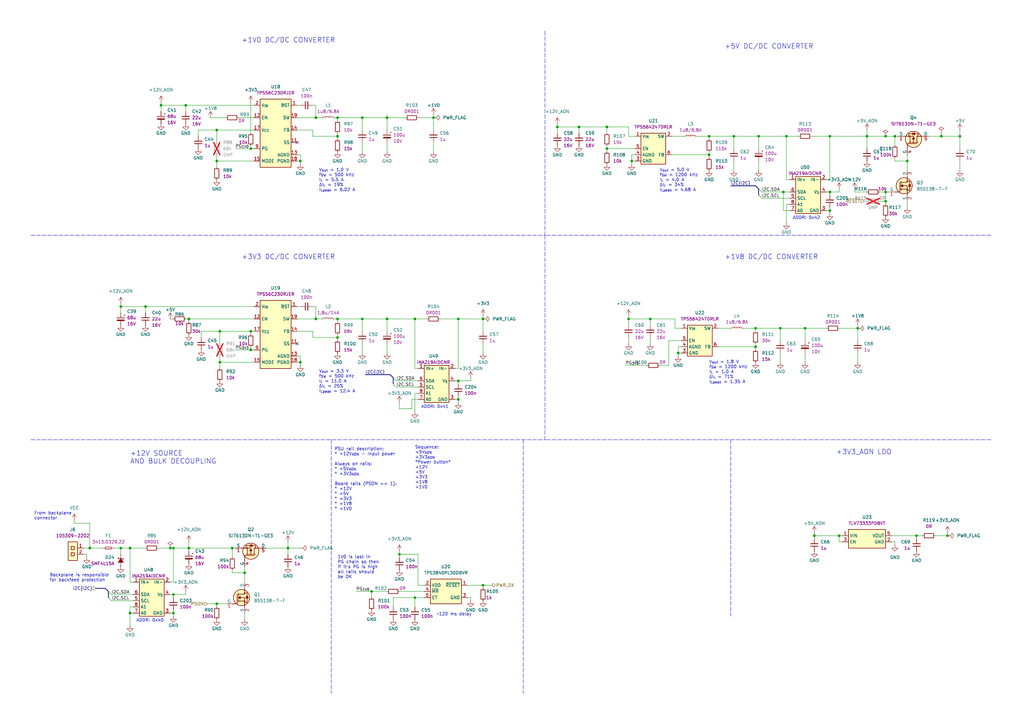
<source format=kicad_sch>
(kicad_sch (version 20230121) (generator eeschema)
  (paper "A3")
  (title_block (title "Com Express 7 baseboard") (date "2024-03-28") (rev "1.0.0") (company "Antmicro Ltd."))
  (junction (at 138.43 138.43))
  (junction (at 69.85 224.79))
  (junction (at 320.04 134.62))
  (junction (at 372.11 66.04))
  (junction (at 248.92 52.07))
  (junction (at 334.01 219.71))
  (junction (at 290.83 63.5))
  (junction (at 248.92 60.96))
  (junction (at 71.12 224.79))
  (junction (at 393.7 55.88))
  (junction (at 90.17 135.89))
  (junction (at 340.36 86.36))
  (junction (at 330.2 134.62))
  (junction (at 170.18 245.11))
  (junction (at 138.43 55.88))
  (junction (at 158.75 130.81))
  (junction (at 152.4 242.57))
  (junction (at 138.43 48.26))
  (junction (at 170.18 130.81))
  (junction (at 123.19 148.59))
  (junction (at 71.12 251.46))
  (junction (at 59.69 125.73))
  (junction (at 66.04 43.18))
  (junction (at 77.47 224.79))
  (junction (at 309.88 142.24))
  (junction (at 49.53 125.73))
  (junction (at 322.58 55.88))
  (junction (at 49.53 224.79))
  (junction (at 237.49 52.07))
  (junction (at 388.62 219.71))
  (junction (at 88.9 53.34))
  (junction (at 129.54 48.26))
  (junction (at 187.96 163.83))
  (junction (at 266.7 130.81))
  (junction (at 88.9 66.04))
  (junction (at 177.8 48.26))
  (junction (at 386.08 55.88))
  (junction (at 300.99 55.88))
  (junction (at 102.87 60.96))
  (junction (at 138.43 130.81))
  (junction (at 163.83 227.33))
  (junction (at 71.12 243.84))
  (junction (at 228.6 52.07))
  (junction (at 198.12 130.81))
  (junction (at 102.87 143.51))
  (junction (at 76.2 43.18))
  (junction (at 158.75 48.26))
  (junction (at 259.08 66.04))
  (junction (at 257.81 130.81))
  (junction (at 129.54 130.81))
  (junction (at 95.25 224.79))
  (junction (at 344.17 219.71))
  (junction (at 309.88 134.62))
  (junction (at 363.22 55.88))
  (junction (at 290.83 55.88))
  (junction (at 77.47 130.81))
  (junction (at 90.17 148.59))
  (junction (at 118.11 224.79))
  (junction (at 340.36 55.88))
  (junction (at 148.59 48.26))
  (junction (at 100.33 234.95))
  (junction (at 367.03 55.88))
  (junction (at 321.31 78.74))
  (junction (at 123.19 66.04))
  (junction (at 355.6 55.88))
  (junction (at 187.96 156.21))
  (junction (at 363.22 82.55))
  (junction (at 340.36 78.74))
  (junction (at 375.92 219.71))
  (junction (at 53.34 251.46))
  (junction (at 148.59 130.81))
  (junction (at 363.22 78.74))
  (junction (at 88.9 247.65))
  (junction (at 102.87 135.89))
  (junction (at 311.15 55.88))
  (junction (at 187.96 130.81))
  (junction (at 278.13 144.78))
  (junction (at 36.83 224.79))
  (junction (at 351.79 134.62))
  (junction (at 53.34 224.79))
  (junction (at 198.12 240.03))
  (no_connect (at 121.92 140.97))
  (no_connect (at 121.92 58.42))
  (bus_entry (at 44.45 245.11) (size 1.27 1.27))
  (bus_entry (at 44.45 242.57) (size 1.27 1.27))
  (bus_entry (at 161.29 154.94) (size 1.27 1.27))
  (bus_entry (at 311.15 77.47) (size 1.27 1.27))
  (bus_entry (at 311.15 80.01) (size 1.27 1.27))
  (bus_entry (at 161.29 157.48) (size 1.27 1.27))
  (wire (pts (xy 351.79 148.59) (xy 351.79 144.78)))
  (wire (pts (xy 260.35 63.5) (xy 259.08 63.5)))
  (wire (pts (xy 71.12 250.19) (xy 71.12 251.46)))
  (wire (pts (xy 351.79 133.35) (xy 351.79 134.62)))
  (wire (pts (xy 198.12 240.03) (xy 198.12 241.3)))
  (wire (pts (xy 309.88 134.62) (xy 309.88 135.89)))
  (wire (pts (xy 123.19 67.31) (xy 123.19 66.04)))
  (wire (pts (xy 187.96 163.83) (xy 187.96 165.1)))
  (wire (pts (xy 171.45 227.33) (xy 163.83 227.33)))
  (wire (pts (xy 146.05 242.57) (xy 152.4 242.57)))
  (wire (pts (xy 49.53 224.79) (xy 49.53 227.33)))
  (wire (pts (xy 259.08 63.5) (xy 259.08 66.04)))
  (wire (pts (xy 354.33 82.55) (xy 355.6 82.55)))
  (wire (pts (xy 170.18 130.81) (xy 175.26 130.81)))
  (wire (pts (xy 381 55.88) (xy 386.08 55.88)))
  (wire (pts (xy 228.6 52.07) (xy 237.49 52.07)))
  (wire (pts (xy 266.7 138.43) (xy 266.7 140.97)))
  (wire (pts (xy 355.6 53.34) (xy 355.6 55.88)))
  (wire (pts (xy 330.2 134.62) (xy 339.09 134.62)))
  (wire (pts (xy 304.8 134.62) (xy 309.88 134.62)))
  (wire (pts (xy 187.96 130.81) (xy 198.12 130.81)))
  (wire (pts (xy 123.19 66.04) (xy 121.92 66.04)))
  (wire (pts (xy 88.9 247.65) (xy 88.9 248.92)))
  (wire (pts (xy 363.22 78.74) (xy 364.49 78.74)))
  (wire (pts (xy 259.08 66.04) (xy 260.35 66.04)))
  (wire (pts (xy 158.75 46.99) (xy 158.75 48.26)))
  (wire (pts (xy 138.43 130.81) (xy 148.59 130.81)))
  (wire (pts (xy 259.08 67.31) (xy 259.08 66.04)))
  (wire (pts (xy 186.69 151.13) (xy 187.96 151.13)))
  (wire (pts (xy 77.47 130.81) (xy 104.14 130.81)))
  (wire (pts (xy 129.54 130.81) (xy 132.08 130.81)))
  (bus (pts (xy 311.15 77.47) (xy 309.88 76.2)))
  (wire (pts (xy 69.85 130.81) (xy 71.12 130.81)))
  (wire (pts (xy 248.92 52.07) (xy 257.81 52.07)))
  (wire (pts (xy 123.19 146.05) (xy 123.19 148.59)))
  (wire (pts (xy 129.54 48.26) (xy 132.08 48.26)))
  (wire (pts (xy 88.9 247.65) (xy 92.71 247.65)))
  (wire (pts (xy 77.47 130.81) (xy 77.47 132.08)))
  (wire (pts (xy 383.54 219.71) (xy 388.62 219.71)))
  (wire (pts (xy 311.15 55.88) (xy 311.15 60.96)))
  (wire (pts (xy 363.22 82.55) (xy 363.22 83.82)))
  (wire (pts (xy 274.32 139.7) (xy 279.4 139.7)))
  (wire (pts (xy 163.83 167.64) (xy 168.91 167.64)))
  (wire (pts (xy 171.45 151.13) (xy 170.18 151.13)))
  (wire (pts (xy 198.12 144.78) (xy 198.12 140.97)))
  (wire (pts (xy 121.92 63.5) (xy 123.19 63.5)))
  (wire (pts (xy 375.92 219.71) (xy 375.92 220.98)))
  (wire (pts (xy 138.43 137.16) (xy 138.43 138.43)))
  (wire (pts (xy 118.11 224.79) (xy 118.11 227.33)))
  (wire (pts (xy 363.22 55.88) (xy 367.03 55.88)))
  (wire (pts (xy 294.64 142.24) (xy 309.88 142.24)))
  (wire (pts (xy 248.92 59.69) (xy 248.92 60.96)))
  (wire (pts (xy 186.69 156.21) (xy 187.96 156.21)))
  (wire (pts (xy 53.34 251.46) (xy 53.34 248.92)))
  (wire (pts (xy 96.52 143.51) (xy 102.87 143.51)))
  (wire (pts (xy 339.09 86.36) (xy 340.36 86.36)))
  (wire (pts (xy 100.33 254) (xy 100.33 251.46)))
  (wire (pts (xy 193.04 156.21) (xy 193.04 154.94)))
  (wire (pts (xy 344.17 78.74) (xy 344.17 77.47)))
  (wire (pts (xy 71.12 243.84) (xy 76.2 243.84)))
  (wire (pts (xy 275.59 55.88) (xy 280.67 55.88)))
  (wire (pts (xy 148.59 62.23) (xy 148.59 58.42)))
  (wire (pts (xy 320.04 148.59) (xy 320.04 144.78)))
  (wire (pts (xy 285.75 55.88) (xy 290.83 55.88)))
  (wire (pts (xy 191.77 240.03) (xy 198.12 240.03)))
  (wire (pts (xy 88.9 63.5) (xy 88.9 66.04)))
  (wire (pts (xy 104.14 135.89) (xy 102.87 135.89)))
  (wire (pts (xy 311.15 69.85) (xy 311.15 66.04)))
  (wire (pts (xy 170.18 245.11) (xy 161.29 245.11)))
  (wire (pts (xy 54.61 238.76) (xy 53.34 238.76)))
  (wire (pts (xy 158.75 144.78) (xy 158.75 140.97)))
  (wire (pts (xy 69.85 243.84) (xy 71.12 243.84)))
  (bus (pts (xy 299.72 76.2) (xy 309.88 76.2)))
  (wire (pts (xy 36.83 224.79) (xy 41.91 224.79)))
  (polyline (pts (xy 299.72 180.34) (xy 299.72 252.73)) (stroke (width 0) (type dash)))
  (wire (pts (xy 129.54 43.18) (xy 129.54 48.26)))
  (wire (pts (xy 177.8 48.26) (xy 177.8 53.34)))
  (wire (pts (xy 193.04 245.11) (xy 193.04 246.38)))
  (wire (pts (xy 163.83 227.33) (xy 163.83 228.6)))
  (wire (pts (xy 100.33 234.95) (xy 100.33 238.76)))
  (wire (pts (xy 177.8 46.99) (xy 177.8 48.26)))
  (wire (pts (xy 137.16 48.26) (xy 138.43 48.26)))
  (wire (pts (xy 334.01 219.71) (xy 334.01 220.98)))
  (wire (pts (xy 168.91 163.83) (xy 171.45 163.83)))
  (wire (pts (xy 198.12 130.81) (xy 198.12 135.89)))
  (wire (pts (xy 168.91 167.64) (xy 168.91 163.83)))
  (wire (pts (xy 367.03 64.77) (xy 367.03 66.04)))
  (wire (pts (xy 248.92 62.23) (xy 248.92 60.96)))
  (wire (pts (xy 290.83 62.23) (xy 290.83 63.5)))
  (wire (pts (xy 138.43 138.43) (xy 138.43 139.7)))
  (wire (pts (xy 121.92 43.18) (xy 123.19 43.18)))
  (wire (pts (xy 95.25 234.95) (xy 100.33 234.95)))
  (wire (pts (xy 102.87 135.89) (xy 90.17 135.89)))
  (wire (pts (xy 294.64 134.62) (xy 299.72 134.62)))
  (wire (pts (xy 49.53 125.73) (xy 49.53 128.27)))
  (wire (pts (xy 88.9 53.34) (xy 104.14 53.34)))
  (wire (pts (xy 367.03 59.69) (xy 367.03 55.88)))
  (wire (pts (xy 102.87 59.69) (xy 102.87 60.96)))
  (wire (pts (xy 88.9 66.04) (xy 88.9 68.58)))
  (bus (pts (xy 311.15 77.47) (xy 311.15 80.01)))
  (wire (pts (xy 312.42 81.28) (xy 323.85 81.28)))
  (wire (pts (xy 248.92 52.07) (xy 248.92 54.61)))
  (wire (pts (xy 138.43 48.26) (xy 138.43 49.53)))
  (wire (pts (xy 71.12 243.84) (xy 71.12 245.11)))
  (wire (pts (xy 350.52 77.47) (xy 350.52 78.74)))
  (wire (pts (xy 53.34 238.76) (xy 53.34 224.79)))
  (wire (pts (xy 187.96 156.21) (xy 193.04 156.21)))
  (wire (pts (xy 138.43 55.88) (xy 138.43 57.15)))
  (wire (pts (xy 256.54 149.86) (xy 265.43 149.86)))
  (wire (pts (xy 276.86 134.62) (xy 279.4 134.62)))
  (wire (pts (xy 177.8 62.23) (xy 177.8 58.42)))
  (wire (pts (xy 300.99 69.85) (xy 300.99 66.04)))
  (wire (pts (xy 162.56 158.75) (xy 171.45 158.75)))
  (wire (pts (xy 309.88 142.24) (xy 309.88 143.51)))
  (wire (pts (xy 77.47 224.79) (xy 77.47 226.06)))
  (wire (pts (xy 386.08 54.61) (xy 386.08 55.88)))
  (wire (pts (xy 334.01 218.44) (xy 334.01 219.71)))
  (wire (pts (xy 367.03 66.04) (xy 372.11 66.04)))
  (wire (pts (xy 340.36 78.74) (xy 340.36 80.01)))
  (wire (pts (xy 45.72 246.38) (xy 54.61 246.38)))
  (wire (pts (xy 257.81 130.81) (xy 266.7 130.81)))
  (wire (pts (xy 367.03 55.88) (xy 368.3 55.88)))
  (wire (pts (xy 49.53 224.79) (xy 53.34 224.79)))
  (wire (pts (xy 228.6 52.07) (xy 228.6 54.61)))
  (wire (pts (xy 355.6 55.88) (xy 355.6 60.96)))
  (wire (pts (xy 372.11 66.04) (xy 372.11 69.85)))
  (wire (pts (xy 100.33 234.95) (xy 100.33 232.41)))
  (wire (pts (xy 257.81 52.07) (xy 257.81 55.88)))
  (bus (pts (xy 161.29 154.94) (xy 161.29 157.48)))
  (wire (pts (xy 322.58 55.88) (xy 327.66 55.88)))
  (wire (pts (xy 53.34 224.79) (xy 59.69 224.79)))
  (bus (pts (xy 161.29 154.94) (xy 160.02 153.67)))
  (wire (pts (xy 76.2 243.84) (xy 76.2 242.57)))
  (wire (pts (xy 300.99 55.88) (xy 300.99 60.96)))
  (wire (pts (xy 69.85 238.76) (xy 71.12 238.76)))
  (wire (pts (xy 257.81 129.54) (xy 257.81 130.81)))
  (wire (pts (xy 323.85 86.36) (xy 321.31 86.36)))
  (wire (pts (xy 180.34 130.81) (xy 187.96 130.81)))
  (wire (pts (xy 64.77 224.79) (xy 69.85 224.79)))
  (polyline (pts (xy 223.52 96.52) (xy 223.52 180.34)) (stroke (width 0) (type dash)))
  (wire (pts (xy 137.16 130.81) (xy 138.43 130.81)))
  (wire (pts (xy 152.4 242.57) (xy 158.75 242.57)))
  (wire (pts (xy 339.09 73.66) (xy 340.36 73.66)))
  (wire (pts (xy 53.34 256.54) (xy 53.34 251.46)))
  (wire (pts (xy 34.29 224.79) (xy 36.83 224.79)))
  (wire (pts (xy 340.36 78.74) (xy 344.17 78.74)))
  (wire (pts (xy 173.99 240.03) (xy 171.45 240.03)))
  (wire (pts (xy 186.69 163.83) (xy 187.96 163.83)))
  (wire (pts (xy 97.79 48.26) (xy 104.14 48.26)))
  (polyline (pts (xy 214.63 180.34) (xy 214.63 284.48)) (stroke (width 0) (type dash)))
  (wire (pts (xy 201.93 240.03) (xy 198.12 240.03)))
  (wire (pts (xy 309.88 140.97) (xy 309.88 142.24)))
  (wire (pts (xy 121.92 53.34) (xy 128.27 53.34)))
  (wire (pts (xy 95.25 224.79) (xy 96.52 224.79)))
  (wire (pts (xy 53.34 248.92) (xy 54.61 248.92)))
  (wire (pts (xy 148.59 144.78) (xy 148.59 140.97)))
  (wire (pts (xy 228.6 50.8) (xy 228.6 52.07)))
  (wire (pts (xy 191.77 245.11) (xy 193.04 245.11)))
  (wire (pts (xy 90.17 135.89) (xy 82.55 135.89)))
  (wire (pts (xy 121.92 125.73) (xy 123.19 125.73)))
  (wire (pts (xy 340.36 55.88) (xy 340.36 73.66)))
  (wire (pts (xy 276.86 130.81) (xy 276.86 134.62)))
  (wire (pts (xy 248.92 60.96) (xy 260.35 60.96)))
  (wire (pts (xy 102.87 135.89) (xy 102.87 137.16)))
  (wire (pts (xy 158.75 130.81) (xy 158.75 135.89)))
  (wire (pts (xy 30.48 214.63) (xy 30.48 213.36)))
  (wire (pts (xy 148.59 130.81) (xy 158.75 130.81)))
  (wire (pts (xy 339.09 78.74) (xy 340.36 78.74)))
  (wire (pts (xy 85.09 247.65) (xy 88.9 247.65)))
  (wire (pts (xy 95.25 233.68) (xy 95.25 234.95)))
  (wire (pts (xy 344.17 222.25) (xy 344.17 219.71)))
  (wire (pts (xy 161.29 245.11) (xy 161.29 248.92)))
  (wire (pts (xy 90.17 148.59) (xy 104.14 148.59)))
  (polyline (pts (xy 12.7 96.52) (xy 223.52 96.52)) (stroke (width 0) (type dash)))
  (wire (pts (xy 69.85 251.46) (xy 71.12 251.46)))
  (wire (pts (xy 128.27 138.43) (xy 138.43 138.43)))
  (wire (pts (xy 163.83 226.06) (xy 163.83 227.33)))
  (wire (pts (xy 367.03 222.25) (xy 367.03 223.52)))
  (wire (pts (xy 171.45 161.29) (xy 170.18 161.29)))
  (wire (pts (xy 334.01 219.71) (xy 344.17 219.71)))
  (wire (pts (xy 344.17 134.62) (xy 351.79 134.62)))
  (wire (pts (xy 59.69 125.73) (xy 59.69 128.27)))
  (wire (pts (xy 129.54 125.73) (xy 129.54 130.81)))
  (wire (pts (xy 332.74 55.88) (xy 340.36 55.88)))
  (wire (pts (xy 148.59 48.26) (xy 148.59 53.34)))
  (wire (pts (xy 170.18 130.81) (xy 170.18 151.13)))
  (wire (pts (xy 76.2 43.18) (xy 76.2 45.72)))
  (wire (pts (xy 170.18 248.92) (xy 170.18 245.11)))
  (wire (pts (xy 171.45 48.26) (xy 177.8 48.26)))
  (wire (pts (xy 278.13 144.78) (xy 279.4 144.78)))
  (wire (pts (xy 121.92 135.89) (xy 128.27 135.89)))
  (wire (pts (xy 128.27 55.88) (xy 138.43 55.88)))
  (wire (pts (xy 388.62 218.44) (xy 388.62 219.71)))
  (wire (pts (xy 76.2 130.81) (xy 77.47 130.81)))
  (wire (pts (xy 198.12 129.54) (xy 198.12 130.81)))
  (wire (pts (xy 71.12 224.79) (xy 71.12 238.76)))
  (wire (pts (xy 77.47 224.79) (xy 95.25 224.79)))
  (wire (pts (xy 321.31 86.36) (xy 321.31 78.74)))
  (wire (pts (xy 90.17 146.05) (xy 90.17 148.59)))
  (wire (pts (xy 66.04 43.18) (xy 66.04 45.72)))
  (wire (pts (xy 360.68 82.55) (xy 363.22 82.55)))
  (wire (pts (xy 102.87 142.24) (xy 102.87 143.51)))
  (wire (pts (xy 49.53 124.46) (xy 49.53 125.73)))
  (wire (pts (xy 163.83 165.1) (xy 163.83 167.64)))
  (wire (pts (xy 360.68 78.74) (xy 363.22 78.74)))
  (wire (pts (xy 386.08 55.88) (xy 393.7 55.88)))
  (wire (pts (xy 158.75 48.26) (xy 158.75 53.34)))
  (wire (pts (xy 279.4 142.24) (xy 278.13 142.24)))
  (wire (pts (xy 128.27 135.89) (xy 128.27 138.43)))
  (wire (pts (xy 290.83 55.88) (xy 290.83 57.15)))
  (wire (pts (xy 102.87 143.51) (xy 104.14 143.51)))
  (wire (pts (xy 82.55 135.89) (xy 82.55 138.43)))
  (wire (pts (xy 71.12 251.46) (xy 71.12 252.73)))
  (wire (pts (xy 90.17 135.89) (xy 90.17 140.97)))
  (wire (pts (xy 90.17 148.59) (xy 90.17 151.13)))
  (wire (pts (xy 170.18 161.29) (xy 170.18 168.91)))
  (wire (pts (xy 148.59 48.26) (xy 158.75 48.26)))
  (wire (pts (xy 311.15 55.88) (xy 322.58 55.88)))
  (wire (pts (xy 330.2 134.62) (xy 330.2 139.7)))
  (wire (pts (xy 123.19 63.5) (xy 123.19 66.04)))
  (bus (pts (xy 149.86 153.67) (xy 160.02 153.67)))
  (wire (pts (xy 123.19 148.59) (xy 121.92 148.59)))
  (wire (pts (xy 170.18 245.11) (xy 173.99 245.11)))
  (wire (pts (xy 257.81 138.43) (xy 257.81 140.97)))
  (wire (pts (xy 121.92 130.81) (xy 129.54 130.81)))
  (wire (pts (xy 158.75 130.81) (xy 170.18 130.81)))
  (wire (pts (xy 311.15 55.88) (xy 300.99 55.88)))
  (wire (pts (xy 266.7 130.81) (xy 276.86 130.81)))
  (wire (pts (xy 59.69 125.73) (xy 104.14 125.73)))
  (wire (pts (xy 35.56 227.33) (xy 35.56 228.6)))
  (bus (pts (xy 44.45 242.57) (xy 43.18 241.3)))
  (polyline (pts (xy 135.89 180.34) (xy 135.89 284.48)) (stroke (width 0) (type dash)))
  (wire (pts (xy 393.7 53.34) (xy 393.7 55.88)))
  (wire (pts (xy 320.04 134.62) (xy 309.88 134.62)))
  (wire (pts (xy 88.9 53.34) (xy 88.9 58.42)))
  (wire (pts (xy 69.85 224.79) (xy 71.12 224.79)))
  (wire (pts (xy 330.2 148.59) (xy 330.2 144.78)))
  (wire (pts (xy 300.99 55.88) (xy 290.83 55.88)))
  (wire (pts (xy 266.7 130.81) (xy 266.7 133.35)))
  (wire (pts (xy 88.9 53.34) (xy 81.28 53.34)))
  (wire (pts (xy 322.58 55.88) (xy 322.58 73.66)))
  (wire (pts (xy 118.11 224.79) (xy 118.11 222.25)))
  (wire (pts (xy 66.04 41.91) (xy 66.04 43.18)))
  (wire (pts (xy 138.43 54.61) (xy 138.43 55.88)))
  (wire (pts (xy 187.96 130.81) (xy 187.96 151.13)))
  (wire (pts (xy 372.11 85.09) (xy 372.11 82.55)))
  (bus (pts (xy 44.45 242.57) (xy 44.45 245.11)))
  (wire (pts (xy 270.51 149.86) (xy 274.32 149.86)))
  (polyline (pts (xy 406.4 180.34) (xy 223.52 180.34)) (stroke (width 0) (type dash)))
  (wire (pts (xy 344.17 219.71) (xy 345.44 219.71)))
  (wire (pts (xy 35.56 227.33) (xy 34.29 227.33)))
  (wire (pts (xy 187.96 162.56) (xy 187.96 163.83)))
  (wire (pts (xy 372.11 66.04) (xy 372.11 63.5)))
  (wire (pts (xy 138.43 130.81) (xy 138.43 132.08)))
  (wire (pts (xy 123.19 149.86) (xy 123.19 148.59)))
  (wire (pts (xy 275.59 63.5) (xy 290.83 63.5)))
  (wire (pts (xy 76.2 43.18) (xy 104.14 43.18)))
  (wire (pts (xy 278.13 142.24) (xy 278.13 144.78)))
  (wire (pts (xy 187.96 156.21) (xy 187.96 157.48)))
  (wire (pts (xy 118.11 224.79) (xy 109.22 224.79)))
  (wire (pts (xy 95.25 224.79) (xy 95.25 228.6)))
  (wire (pts (xy 274.32 149.86) (xy 274.32 139.7)))
  (wire (pts (xy 355.6 55.88) (xy 363.22 55.88)))
  (wire (pts (xy 36.83 214.63) (xy 36.83 224.79)))
  (wire (pts (xy 128.27 43.18) (xy 129.54 43.18)))
  (wire (pts (xy 49.53 125.73) (xy 59.69 125.73)))
  (wire (pts (xy 45.72 243.84) (xy 54.61 243.84)))
  (wire (pts (xy 138.43 48.26) (xy 148.59 48.26)))
  (wire (pts (xy 340.36 85.09) (xy 340.36 86.36)))
  (wire (pts (xy 30.48 214.63) (xy 36.83 214.63)))
  (wire (pts (xy 162.56 156.21) (xy 171.45 156.21)))
  (wire (pts (xy 163.83 242.57) (xy 173.99 242.57)))
  (wire (pts (xy 152.4 242.57) (xy 152.4 245.11)))
  (bus (pts (xy 39.37 241.3) (xy 43.18 241.3)))
  (wire (pts (xy 121.92 48.26) (xy 129.54 48.26)))
  (wire (pts (xy 158.75 48.26) (xy 166.37 48.26)))
  (wire (pts (xy 158.75 62.23) (xy 158.75 58.42)))
  (wire (pts (xy 365.76 222.25) (xy 367.03 222.25)))
  (wire (pts (xy 340.36 86.36) (xy 340.36 87.63)))
  (wire (pts (xy 257.81 55.88) (xy 260.35 55.88)))
  (wire (pts (xy 340.36 55.88) (xy 355.6 55.88)))
  (wire (pts (xy 365.76 219.71) (xy 375.92 219.71)))
  (polyline (pts (xy 406.4 96.52) (xy 223.52 96.52)) (stroke (width 0) (type dash)))
  (wire (pts (xy 320.04 134.62) (xy 320.04 139.7)))
  (wire (pts (xy 290.83 63.5) (xy 290.83 64.77)))
  (wire (pts (xy 102.87 60.96) (xy 104.14 60.96)))
  (wire (pts (xy 393.7 55.88) (xy 393.7 60.96)))
  (wire (pts (xy 53.34 251.46) (xy 54.61 251.46)))
  (wire (pts (xy 322.58 73.66) (xy 323.85 73.66)))
  (wire (pts (xy 345.44 222.25) (xy 344.17 222.25)))
  (wire (pts (xy 118.11 224.79) (xy 123.19 224.79)))
  (wire (pts (xy 77.47 222.25) (xy 77.47 224.79)))
  (wire (pts (xy 363.22 78.74) (xy 363.22 82.55)))
  (wire (pts (xy 102.87 41.91) (xy 102.87 54.61)))
  (wire (pts (xy 148.59 130.81) (xy 148.59 135.89)))
  (wire (pts (xy 46.99 224.79) (xy 49.53 224.79)))
  (wire (pts (xy 278.13 146.05) (xy 278.13 144.78)))
  (wire (pts (xy 171.45 240.03) (xy 171.45 227.33)))
  (wire (pts (xy 66.04 43.18) (xy 76.2 43.18)))
  (wire (pts (xy 351.79 134.62) (xy 351.79 139.7)))
  (wire (pts (xy 322.58 83.82) (xy 322.58 91.44)))
  (wire (pts (xy 128.27 53.34) (xy 128.27 55.88)))
  (wire (pts (xy 128.27 125.73) (xy 129.54 125.73)))
  (wire (pts (xy 237.49 52.07) (xy 248.92 52.07)))
  (polyline (pts (xy 12.7 180.34) (xy 223.52 180.34)) (stroke (width 0) (type dash)))
  (wire (pts (xy 375.92 219.71) (xy 378.46 219.71)))
  (wire (pts (xy 121.92 146.05) (xy 123.19 146.05)))
  (wire (pts (xy 393.7 69.85) (xy 393.7 66.04)))
  (wire (pts (xy 86.36 48.26) (xy 92.71 48.26)))
  (wire (pts (xy 237.49 52.07) (xy 237.49 54.61)))
  (wire (pts (xy 320.04 134.62) (xy 330.2 134.62)))
  (wire (pts (xy 321.31 78.74) (xy 323.85 78.74)))
  (wire (pts (xy 81.28 53.34) (xy 81.28 55.88)))
  (polyline (pts (xy 223.52 12.7) (xy 223.52 96.52)) (stroke (width 0) (type dash)))
  (wire (pts (xy 257.81 130.81) (xy 257.81 133.35)))
  (wire (pts (xy 312.42 78.74) (xy 321.31 78.74)))
  (wire (pts (xy 323.85 83.82) (xy 322.58 83.82)))
  (wire (pts (xy 71.12 224.79) (xy 77.47 224.79)))
  (wire (pts (xy 96.52 60.96) (xy 102.87 60.96)))
  (wire (pts (xy 88.9 66.04) (xy 104.14 66.04)))
  (wire (pts (xy 350.52 78.74) (xy 355.6 78.74)))
  (text "ADDR: 0x41" (at 172.72 167.64 0) (effects (font (size 1.27 1.27)) (justify left bottom)))
  (text "+3V3_AON LDO" (at 342.9 186.69 0) (effects (font (size 2 2)) (justify left bottom)))
  (text "Sequence:\n+5V_{AON}\n+3V3_{AON}\n*Power button*\n+12V\n+5V\n+3V3\n+1V8\n+1V0\n" (at 170.18 200.66 0) (effects (font (size 1.27 1.27)) (justify left bottom)))
  (text "+12V SOURCE\nAND BULK DECOUPLING" (at 53.34 190.5 0) (effects (font (size 2 2)) (justify left bottom)))
  (text "V_{out} = 1.8 V\nf_{SW} = 1200 kHz\nI_{L} = 1.0 A\nΔI_{L} = 71% \nI_{Lpeak} = 1.35 A" (at 290.83 157.48 0) (effects (font (size 1.27 1.27)) (justify left bottom)))
  (text "ADDR: 0x40" (at 55.88 255.27 0) (effects (font (size 1.27 1.27)) (justify left bottom)))
  (text "+1V0 DC/DC CONVERTER" (at 99.06 17.78 0) (effects (font (size 2 2)) (justify left bottom)))
  (text "V_{out} = 1.0 V\nf_{SW} = 500 kHz\nI_{L} = 5.5 A\nΔI_{L} = 19% \nI_{Lpeak} = 6.02 A" (at 130.81 78.74 0) (effects (font (size 1.27 1.27)) (justify left bottom)))
  (text "~120 ms delay" (at 179.07 252.73 0) (effects (font (size 1.27 1.27)) (justify left bottom)))
  (text "+5V DC/DC CONVERTER" (at 297.18 20.32 0) (effects (font (size 2 2)) (justify left bottom)))
  (text "PSU rail description:\n* +12V_{AON} - Input power\n\nAlways on rails:\n* +5V_{AON}\n* +3V3_{AON}\n\nBoard rails (PSON == 1):\n* +12V\n* +5V\n* +3V3\n* +1V8\n* +1V0" (at 137.16 209.55 0) (effects (font (size 1.27 1.27)) (justify left bottom)))
  (text "From backplane\nconnector" (at 13.97 213.36 0) (effects (font (size 1.27 1.27)) (justify left bottom)))
  (text "1V0 is last in\nPG chain so then\nif it's PG is high\nall rails should\nbe OK" (at 138.43 237.49 0) (effects (font (size 1.27 1.27)) (justify left bottom)))
  (text "V_{out} = 3.3 V\nf_{SW} = 500 kHz\nI_{L} = 11.0 A\nΔI_{L} = 25% \nI_{Lpeak} = 12.4 A" (at 130.81 161.29 0) (effects (font (size 1.27 1.27)) (justify left bottom)))
  (text "V_{out} = 5.0 V\nf_{SW} = 1200 kHz\nI_{L} = 4.0 A\nΔI_{L} = 34% \nI_{Lpeak} = 4.68 A" (at 270.51 78.74 0) (effects (font (size 1.27 1.27)) (justify left bottom)))
  (text "+1V8 DC/DC CONVERTER" (at 297.18 106.68 0) (effects (font (size 2 2)) (justify left bottom)))
  (text "Backplane is responsible\nfor backfeed protection" (at 20.32 238.76 0) (effects (font (size 1.27 1.27)) (justify left bottom)))
  (text "+3V3 DC/DC CONVERTER" (at 99.06 106.68 0) (effects (font (size 2 2)) (justify left bottom)))
  (text "ADDR: 0x42" (at 325.12 90.17 0) (effects (font (size 1.27 1.27)) (justify left bottom)))
  (label "I2C{I2C}" (at 149.86 153.67 0))
  (label "I2C.SCL" (at 162.56 158.75 0))
  (label "I2C.SCL" (at 45.72 246.38 0))
  (label "I2C.SDA" (at 312.42 78.74 0))
  (label "PG_{1V0}" (at 146.05 242.57 0))
  (label "PG_{3V3}" (at 256.54 149.86 0))
  (label "I2C.SDA" (at 45.72 243.84 0))
  (label "I2C.SCL" (at 312.42 81.28 0))
  (label "I2C{I2C}" (at 299.72 76.2 0))
  (label "I2C.SDA" (at 162.56 156.21 0))
  (label "PG_{3V3}" (at 96.52 143.51 0))
  (label "PG_{1V0}" (at 96.52 60.96 0))
  (hierarchical_label "PWR_OK" (shape output) (at 201.93 240.03 0))
  (hierarchical_label "PSON" (shape input) (at 85.09 247.65 180))
  (hierarchical_label "I2C{I2C}" (shape input) (at 39.37 241.3 180))
  (hierarchical_label "~{RESET}" (shape input) (at 354.33 82.55 180))
  (symbol (lib_id "antmicroResistors0402:R_100k_0402") (at 367.03 64.77 90) (unit 1)
    (property "Reference" "R118" (at 365.76 60.96 90) (effects (justify left)))
    (property "Value" "R_100k_0402" (effects hide))
    (property "Footprint" "antmicro-footprints:R_0402_1005Metric" (effects hide))
    (property "Datasheet" "https://www.bourns.com/docs/product-datasheets/cr.pdf" (effects hide))
    (property "MPN" "CR0402-FX-1003GLF" (effects hide))
    (property "Manufacturer" "Bourns" (effects hide))
    (property "License" "Apache-2.0" (effects hide))
    (property "Author" "Antmicro" (effects hide))
    (property "Val" "100k" (at 365.76 63.5 90) (effects (justify left)))
    (property "Tolerance" "1%" (effects hide))
  )
  (symbol (lib_id "antmicroResistors0402:R_15k_0402") (at 309.88 148.59 90) (unit 1)
    (property "Reference" "R112" (at 312.42 144.7799 90) (effects (justify right)))
    (property "Value" "R_15k_0402" (effects hide))
    (property "Footprint" "antmicro-footprints:R_0402_1005Metric" (effects hide))
    (property "Datasheet" "https://www.bourns.com/docs/product-datasheets/cr.pdf" (effects hide))
    (property "MPN" "CR0402-FX-1502GLF" (effects hide))
    (property "Manufacturer" "Bourns" (effects hide))
    (property "License" "Apache-2.0" (effects hide))
    (property "Author" "Antmicro" (effects hide))
    (property "Val" "15k" (at 312.42 147.3199 90) (effects (justify right)))
    (property "Tolerance" "1%" (effects hide))
  )
  (symbol (lib_id "antmicroFixedInductors:L_1u8_14A_Coilcraft-XAL6030") (at 132.08 130.81 0) (unit 1)
    (property "Reference" "L2" (at 134.62 125.73 0))
    (property "Value" "L_1u8_14A_Coilcraft-XAL6030" (effects hide))
    (property "Footprint" "antmicro-footprints:L_Coilcraft-XAL6030" (effects hide))
    (property "Datasheet" "https://www.mouser.com/datasheet/2/597/xal60xx-270658.pdf" (effects hide))
    (property "Manufacturer" "Coilcraft" (effects hide))
    (property "MPN" "XAL6030-182MEC" (effects hide))
    (property "ISat" "18.2 A" (effects hide))
    (property "IMax" "14 A" (effects hide))
    (property "Size" "6.36x6.56" (effects hide))
    (property "Val" "1.8u/14A" (at 134.62 128.27 0))
    (property "Author" "Antmicro" (effects hide))
    (property "License" "Apache-2.0" (effects hide))
  )
  (symbol (lib_id "antmicroResistors0402:R_30k_0402") (at 363.22 83.82 270) (unit 1)
    (property "Reference" "R117" (at 364.49 85.09 90) (effects (justify left)))
    (property "Value" "R_30k_0402" (effects hide))
    (property "Footprint" "antmicro-footprints:R_0402_1005Metric" (effects hide))
    (property "Datasheet" "https://www.bourns.com/docs/product-datasheets/cr.pdf" (effects hide))
    (property "MPN" "CR0402-FX-3002GLF" (effects hide))
    (property "Manufacturer" "Bourns" (effects hide))
    (property "License" "Apache-2.0" (effects hide))
    (property "Author" "Antmicro" (effects hide))
    (property "Val" "30k" (at 364.49 87.63 90) (effects (justify left)))
    (property "Tolerance" "1%" (effects hide))
  )
  (symbol (lib_id "antmicroCapacitors0402:C_1u_0402") (at 148.59 140.97 90) (unit 1)
    (property "Reference" "C50" (at 151.13 137.1535 90) (effects (justify right)))
    (property "Value" "C_1u_0402" (effects hide))
    (property "Footprint" "antmicro-footprints:C_0402_1005Metric" (effects hide))
    (property "Datasheet" "https://product.tdk.com/en/search/capacitor/ceramic/mlcc/info?part_no=C1005X6S1A105K050BC" (effects hide))
    (property "MPN" "C1005X6S1A105K050BC" (effects hide))
    (property "Manufacturer" "TDK" (effects hide))
    (property "License" "Apache-2.0" (effects hide))
    (property "Author" "Antmicro" (effects hide))
    (property "Val" "1u" (at 151.13 139.6935 90) (effects (justify right)))
  )
  (symbol (lib_id "antmicropower:GND") (at 71.12 252.73 0) (unit 1)
    (property "Reference" "#PWR0436" (effects hide))
    (property "Value" "GND" (at 71.12 256.54 0))
    (property "Author" "Antmicro" (effects hide))
    (property "License" "Apache-2.0" (effects hide))
  )
  (symbol (lib_id "antmicroCapacitors0402:C_1u_0402") (at 82.55 143.51 90) (unit 1)
    (property "Reference" "C45" (at 85.09 139.6935 90) (effects (justify right)))
    (property "Value" "C_1u_0402" (effects hide))
    (property "Footprint" "antmicro-footprints:C_0402_1005Metric" (effects hide))
    (property "Datasheet" "https://product.tdk.com/en/search/capacitor/ceramic/mlcc/info?part_no=C1005X6S1A105K050BC" (effects hide))
    (property "MPN" "C1005X6S1A105K050BC" (effects hide))
    (property "Manufacturer" "TDK" (effects hide))
    (property "License" "Apache-2.0" (effects hide))
    (property "Author" "Antmicro" (effects hide))
    (property "Val" "1u" (at 85.09 142.2335 90) (effects (justify right)))
  )
  (symbol (lib_id "antmicroCapacitors0603:C_22u_16V_0603") (at 266.7 138.43 90) (unit 1)
    (property "Reference" "C61" (at 269.24 133.3435 90) (effects (justify right)))
    (property "Value" "C_22u_16V_0603" (effects hide))
    (property "Footprint" "antmicro-footprints:C_0603_1608Metric" (effects hide))
    (property "Datasheet" "https://product.samsungsem.com/mlcc/CL10A226MO7JZN.do" (effects hide))
    (property "MPN" "CL10A226MO7JZNC" (effects hide))
    (property "Manufacturer" "Samsung Electro-Mechanics" (effects hide))
    (property "License" "Apache-2.0" (effects hide))
    (property "Author" "Antmicro" (effects hide))
    (property "Val" "22u" (at 269.24 135.8835 90) (effects (justify right)))
    (property "Voltage" "16V" (at 269.24 138.4235 90) (effects (justify right)))
  )
  (symbol (lib_id "antmicropower:PWR_FLAG") (at 198.12 130.81 270) (unit 1)
    (property "Reference" "#FLG010" (effects hide))
    (property "Value" "PWR_FLAG" (at 201.93 130.8099 90) (effects (justify left)))
  )
  (symbol (lib_id "antmicropower:GND") (at 49.53 232.41 0) (mirror y) (unit 1)
    (property "Reference" "#PWR0447" (effects hide))
    (property "Value" "GND" (at 49.53 236.22 0))
    (property "Author" "Antmicro" (effects hide))
    (property "License" "Apache-2.0" (effects hide))
  )
  (symbol (lib_id "antmicroCapacitors0603:C_22u_16V_0603") (at 228.6 59.69 90) (unit 1)
    (property "Reference" "C58" (at 231.14 54.6035 90) (effects (justify right)))
    (property "Value" "C_22u_16V_0603" (effects hide))
    (property "Footprint" "antmicro-footprints:C_0603_1608Metric" (effects hide))
    (property "Datasheet" "https://product.samsungsem.com/mlcc/CL10A226MO7JZN.do" (effects hide))
    (property "MPN" "CL10A226MO7JZNC" (effects hide))
    (property "Manufacturer" "Samsung Electro-Mechanics" (effects hide))
    (property "License" "Apache-2.0" (effects hide))
    (property "Author" "Antmicro" (effects hide))
    (property "Val" "22u" (at 231.14 57.1435 90) (effects (justify right)))
    (property "Voltage" "16V" (at 231.14 59.6835 90) (effects (justify right)))
  )
  (symbol (lib_id "antmicropower:+3V3_AON") (at 163.83 165.1 0) (unit 1)
    (property "Reference" "#PWR0439" (effects hide))
    (property "Value" "+3V3_AON" (at 163.83 161.29 0))
  )
  (symbol (lib_id "antmicroResistorsmisc:R_0R001_0805") (at 166.37 48.26 0) (unit 1)
    (property "Reference" "R103" (at 168.91 43.18 0))
    (property "Value" "R_0R001_0805" (effects hide))
    (property "Footprint" "antmicro-footprints:R_0805_2012Metric" (effects hide))
    (property "Datasheet" "https://www.bourns.com/docs/product-datasheets/cr.pdf" (effects hide))
    (property "MPN" "MSMA0805R0010FSM" (effects hide))
    (property "Manufacturer" "Eaton" (effects hide))
    (property "License" "Apache-2.0" (effects hide))
    (property "Author" "Antmicro" (effects hide))
    (property "Val" "0R001" (at 168.91 45.72 0))
    (property "Tolerance" "1%" (effects hide))
  )
  (symbol (lib_id "antmicroFixedInductors:L_1u8_6.8A_WE-MAPI-4020") (at 280.67 55.88 0) (unit 1)
    (property "Reference" "L3" (at 283.21 50.8 0))
    (property "Value" "L_1u8_6.8A_WE-MAPI-4020" (effects hide))
    (property "Footprint" "antmicro-footprints:L_WE-MAPI-4020" (effects hide))
    (property "Datasheet" "https://www.we-online.com/components/products/datasheet/74438356018.pdf" (effects hide))
    (property "Val" "1u8/6.8A" (at 283.21 53.34 0))
    (property "Manufacturer" "Würth Elektronik" (effects hide))
    (property "MPN" "74438356018" (effects hide))
    (property "ISat" "6.5 A" (effects hide))
    (property "IMax" "6.8 A" (effects hide))
    (property "Size" "4.1x4.1mm" (effects hide))
    (property "Author" "Antmicro" (effects hide))
    (property "License" "Apache-2.0" (effects hide))
  )
  (symbol (lib_id "antmicroResistors0402:R_10k_0402") (at 248.92 67.31 90) (unit 1)
    (property "Reference" "R108" (at 251.46 63.4999 90) (effects (justify right)))
    (property "Value" "R_10k_0402" (effects hide))
    (property "Footprint" "antmicro-footprints:R_0402_1005Metric" (effects hide))
    (property "Datasheet" "https://www.bourns.com/docs/product-datasheets/cr.pdf" (effects hide))
    (property "MPN" "CR0402-FX-1002GLF" (effects hide))
    (property "Manufacturer" "Bourns" (effects hide))
    (property "License" "Apache-2.0" (effects hide))
    (property "Author" "Antmicro" (effects hide))
    (property "Val" "10k" (at 251.46 66.0399 90) (effects (justify right)))
    (property "Tolerance" "1%" (effects hide))
  )
  (symbol (lib_id "antmicropower:GND") (at 309.88 148.59 0) (unit 1)
    (property "Reference" "#PWR0137" (effects hide))
    (property "Value" "GND" (at 309.88 152.4 0))
    (property "Author" "Antmicro" (effects hide))
    (property "License" "Apache-2.0" (effects hide))
  )
  (symbol (lib_id "antmicropower:PWR_FLAG") (at 386.08 54.61 0) (unit 1)
    (property "Reference" "#FLG013" (effects hide))
    (property "Value" "PWR_FLAG" (effects hide))
  )
  (symbol (lib_id "antmicroWire2BoardConnectors:Molex_Nano-Fit_1x2_105309-2202") (at 34.29 224.79 0) (mirror y) (unit 1)
    (property "Reference" "J6" (at 29.845 217.17 0))
    (property "Value" "Molex_Nano-Fit_1x2_105309-2202" (effects hide))
    (property "Footprint" "antmicro-footprints:Conn_Molex_Nano-Fit_1x2_105309-2202" (effects hide))
    (property "Datasheet" "https://tools.molex.com/pdm_docs/sd/1053092202_sd.pdf" (effects hide))
    (property "Manufacturer" "Molex" (effects hide))
    (property "MPN" "105309-2202" (at 29.845 219.71 0))
    (property "Author" "Antmicro" (effects hide))
    (property "License" "Apache-2.0" (effects hide))
  )
  (symbol (lib_id "antmicropower:GND") (at 138.43 144.78 0) (mirror y) (unit 1)
    (property "Reference" "#PWR0111" (effects hide))
    (property "Value" "GND" (at 138.43 148.59 0))
    (property "Author" "Antmicro" (effects hide))
    (property "License" "Apache-2.0" (effects hide))
  )
  (symbol (lib_id "antmicropower:GND") (at 320.04 148.59 0) (unit 1)
    (property "Reference" "#PWR0139" (effects hide))
    (property "Value" "GND" (at 320.04 152.4 0))
    (property "Author" "Antmicro" (effects hide))
    (property "License" "Apache-2.0" (effects hide))
  )
  (symbol (lib_id "antmicroFixedInductors:L_1u8_6.8A_WE-MAPI-4020") (at 132.08 48.26 0) (unit 1)
    (property "Reference" "L1" (at 134.62 43.18 0))
    (property "Value" "L_1u8_6.8A_WE-MAPI-4020" (effects hide))
    (property "Footprint" "antmicro-footprints:L_WE-MAPI-4020" (effects hide))
    (property "Datasheet" "https://www.we-online.com/components/products/datasheet/74438356018.pdf" (effects hide))
    (property "Val" "1u8/6.8A" (at 134.62 45.72 0))
    (property "Manufacturer" "Würth Elektronik" (effects hide))
    (property "MPN" "74438356018" (effects hide))
    (property "ISat" "6.5 A" (effects hide))
    (property "IMax" "6.8 A" (effects hide))
    (property "Size" "4.1x4.1mm" (effects hide))
    (property "Author" "Antmicro" (effects hide))
    (property "License" "Apache-2.0" (effects hide))
  )
  (symbol (lib_name "+12V_AON_1") (lib_id "antmicropower:+12V_AON") (at 257.81 129.54 0) (unit 1)
    (property "Reference" "#PWR0130" (effects hide))
    (property "Value" "+12V_AON" (at 257.81 124.46 0))
  )
  (symbol (lib_id "antmicroResistors0402:R_68k_0402") (at 88.9 63.5 90) (unit 1) (dnp yes)
    (property "Reference" "R88" (at 91.44 58.4199 90) (effects (justify right)))
    (property "Value" "R_68k_0402" (effects hide))
    (property "Footprint" "antmicro-footprints:R_0402_1005Metric" (effects hide))
    (property "Datasheet" "https://www.bourns.com/docs/product-datasheets/cr.pdf" (effects hide))
    (property "MPN" "CR0402-FX-6802GLF" (effects hide))
    (property "Manufacturer" "Bourns" (effects hide))
    (property "License" "Apache-2.0" (effects hide))
    (property "Author" "Antmicro" (effects hide))
    (property "Val" "68k" (at 91.44 60.9599 90) (effects (justify right)))
    (property "Tolerance" "1%" (effects hide))
    (property "DNP" "DNP" (at 91.44 63.4999 90) (effects (justify right)))
  )
  (symbol (lib_id "antmicroCapacitors0402:C_1u_0402") (at 320.04 144.78 90) (unit 1)
    (property "Reference" "C63" (at 322.58 140.9635 90) (effects (justify right)))
    (property "Value" "C_1u_0402" (effects hide))
    (property "Footprint" "antmicro-footprints:C_0402_1005Metric" (effects hide))
    (property "Datasheet" "https://product.tdk.com/en/search/capacitor/ceramic/mlcc/info?part_no=C1005X6S1A105K050BC" (effects hide))
    (property "MPN" "C1005X6S1A105K050BC" (effects hide))
    (property "Manufacturer" "TDK" (effects hide))
    (property "License" "Apache-2.0" (effects hide))
    (property "Author" "Antmicro" (effects hide))
    (property "Val" "1u" (at 322.58 143.5035 90) (effects (justify right)))
  )
  (symbol (lib_id "antmicropower:GND") (at 311.15 69.85 0) (unit 1)
    (property "Reference" "#PWR0140" (effects hide))
    (property "Value" "GND" (at 311.15 73.66 0))
    (property "Author" "Antmicro" (effects hide))
    (property "License" "Apache-2.0" (effects hide))
  )
  (symbol (lib_id "antmicroDCDCConverters:TPS564247DRLR") (at 279.4 134.62 0) (unit 1)
    (property "Reference" "U22" (at 287.02 128.27 0))
    (property "Value" "TPS564247DRLR" (effects hide))
    (property "Footprint" "antmicro-footprints:SOT-563" (effects hide))
    (property "Datasheet" "https://www.ti.com/lit/ds/symlink/tps564247.pdf?ts=1713526387938&ref_url=https%253A%252F%252Fwww.mouser.pl%252F" (effects hide))
    (property "Manufcaturer" "Texas Instruments" (effects hide))
    (property "MPN" "TPS564247DRLR" (at 287.02 130.81 0))
    (property "Author" "Antmicro" (effects hide))
    (property "License" "Apache-2.0" (effects hide))
    (property "Manufacturer" "Texas Instruments" (effects hide))
  )
  (symbol (lib_id "antmicroResistors0402:R_100k_0402") (at 88.9 254 90) (unit 1)
    (property "Reference" "R90" (at 87.63 250.19 90) (effects (justify left)))
    (property "Value" "R_100k_0402" (effects hide))
    (property "Footprint" "antmicro-footprints:R_0402_1005Metric" (effects hide))
    (property "Datasheet" "https://www.bourns.com/docs/product-datasheets/cr.pdf" (effects hide))
    (property "MPN" "CR0402-FX-1003GLF" (effects hide))
    (property "Manufacturer" "Bourns" (effects hide))
    (property "License" "Apache-2.0" (effects hide))
    (property "Author" "Antmicro" (effects hide))
    (property "Val" "100k" (at 87.63 252.73 90) (effects (justify left)))
    (property "Tolerance" "1%" (effects hide))
  )
  (symbol (lib_id "antmicropower:GND") (at 77.47 231.14 0) (mirror y) (unit 1)
    (property "Reference" "#PWR097" (effects hide))
    (property "Value" "GND" (at 77.47 234.95 0))
    (property "Author" "Antmicro" (effects hide))
    (property "License" "Apache-2.0" (effects hide))
  )
  (symbol (lib_id "antmicroResistors0402:R_0R_0402") (at 378.46 219.71 0) (unit 1)
    (property "Reference" "R119" (at 381 213.36 0))
    (property "Value" "R_0R_0402" (effects hide))
    (property "Footprint" "antmicro-footprints:R_0402_1005Metric" (effects hide))
    (property "Datasheet" "https://industrial.panasonic.com/cdbs/www-data/pdf/RDA0000/AOA0000C301.pdf" (effects hide))
    (property "MPN" "ERJ2GE0R00X" (effects hide))
    (property "Manufacturer" "Panasonic" (effects hide))
    (property "License" "Apache-2.0" (effects hide))
    (property "Author" "Antmicro" (effects hide))
    (property "Val" "0R" (at 381 215.9 0))
    (property "Current" "1A" (effects hide))
  )
  (symbol (lib_id "antmicroCapacitors0402:C_1u_0402") (at 198.12 140.97 90) (unit 1)
    (property "Reference" "C57" (at 200.66 137.1535 90) (effects (justify right)))
    (property "Value" "C_1u_0402" (effects hide))
    (property "Footprint" "antmicro-footprints:C_0402_1005Metric" (effects hide))
    (property "Datasheet" "https://product.tdk.com/en/search/capacitor/ceramic/mlcc/info?part_no=C1005X6S1A105K050BC" (effects hide))
    (property "MPN" "C1005X6S1A105K050BC" (effects hide))
    (property "Manufacturer" "TDK" (effects hide))
    (property "License" "Apache-2.0" (effects hide))
    (property "Author" "Antmicro" (effects hide))
    (property "Val" "1u" (at 200.66 139.6935 90) (effects (justify right)))
  )
  (symbol (lib_id "antmicroResistors0402:R_10k_0402") (at 76.2 130.81 180) (unit 1)
    (property "Reference" "R86" (at 73.66 128.905 0))
    (property "Value" "R_10k_0402" (effects hide))
    (property "Footprint" "antmicro-footprints:R_0402_1005Metric" (effects hide))
    (property "Datasheet" "https://www.bourns.com/docs/product-datasheets/cr.pdf" (effects hide))
    (property "MPN" "CR0402-FX-1002GLF" (effects hide))
    (property "Manufacturer" "Bourns" (effects hide))
    (property "License" "Apache-2.0" (effects hide))
    (property "Author" "Antmicro" (effects hide))
    (property "Val" "10k" (at 73.66 132.715 0))
    (property "Tolerance" "1%" (effects hide))
  )
  (symbol (lib_id "antmicropower:GND") (at 248.92 67.31 0) (unit 1)
    (property "Reference" "#PWR0133" (effects hide))
    (property "Value" "GND" (at 248.92 71.12 0))
    (property "Author" "Antmicro" (effects hide))
    (property "License" "Apache-2.0" (effects hide))
  )
  (symbol (lib_id "antmicroResistors0402:R_68k_0402") (at 138.43 137.16 90) (unit 1)
    (property "Reference" "R99" (at 140.97 133.3499 90) (effects (justify right)))
    (property "Value" "R_68k_0402" (effects hide))
    (property "Footprint" "antmicro-footprints:R_0402_1005Metric" (effects hide))
    (property "Datasheet" "https://www.bourns.com/docs/product-datasheets/cr.pdf" (effects hide))
    (property "MPN" "CR0402-FX-6802GLF" (effects hide))
    (property "Manufacturer" "Bourns" (effects hide))
    (property "License" "Apache-2.0" (effects hide))
    (property "Author" "Antmicro" (effects hide))
    (property "Val" "68k" (at 140.97 135.8899 90) (effects (justify right)))
    (property "Tolerance" "1%" (effects hide))
  )
  (symbol (lib_id "antmicropower:GND") (at 266.7 140.97 0) (unit 1)
    (property "Reference" "#PWR0132" (effects hide))
    (property "Value" "GND" (at 266.7 144.78 0))
    (property "Author" "Antmicro" (effects hide))
    (property "License" "Apache-2.0" (effects hide))
  )
  (symbol (lib_id "antmicropower:+3V3_AON") (at 344.17 77.47 0) (unit 1)
    (property "Reference" "#PWR0446" (effects hide))
    (property "Value" "+3V3_AON" (at 344.17 73.66 0))
  )
  (symbol (lib_id "antmicropower:GND") (at 363.22 88.9 0) (unit 1)
    (property "Reference" "#PWR0149" (effects hide))
    (property "Value" "GND" (at 363.22 92.71 0))
    (property "Author" "Antmicro" (effects hide))
    (property "License" "Apache-2.0" (effects hide))
  )
  (symbol (lib_id "antmicroCapacitors0402:C_100n_0402") (at 340.36 85.09 90) (unit 1)
    (property "Reference" "C205" (at 342.9 81.2735 90) (effects (justify right)))
    (property "Value" "C_100n_0402" (effects hide))
    (property "Footprint" "antmicro-footprints:C_0402_1005Metric" (effects hide))
    (property "Datasheet" "https://www.murata.com/products/productdetail?partno=GRM155R61H104KE14%23" (effects hide))
    (property "MPN" "GRM155R61H104KE14D" (effects hide))
    (property "Manufacturer" "Murata" (effects hide))
    (property "License" "Apache-2.0" (effects hide))
    (property "Author" "Antmicro" (effects hide))
    (property "Val" "100n" (at 342.9 83.8135 90) (effects (justify right)))
    (property "Voltage" "50V" (effects hide))
    (property "Dielectric" "X5R" (effects hide))
  )
  (symbol (lib_id "antmicropower:+5V_AON") (at 355.6 53.34 0) (unit 1)
    (property "Reference" "#PWR0145" (effects hide))
    (property "Value" "+5V_AON" (at 355.6 49.53 0))
  )
  (symbol (lib_id "antmicropower:GND") (at 290.83 69.85 0) (unit 1)
    (property "Reference" "#PWR0136" (effects hide))
    (property "Value" "GND" (at 290.83 73.66 0))
    (property "Author" "Antmicro" (effects hide))
    (property "License" "Apache-2.0" (effects hide))
  )
  (symbol (lib_id "antmicropower:GND") (at 163.83 233.68 0) (unit 1)
    (property "Reference" "#PWR0119" (effects hide))
    (property "Value" "GND" (at 163.83 237.49 0))
    (property "Author" "Antmicro" (effects hide))
    (property "License" "Apache-2.0" (effects hide))
  )
  (symbol (lib_id "antmicropower:GND") (at 340.36 87.63 0) (unit 1)
    (property "Reference" "#PWR0445" (effects hide))
    (property "Value" "GND" (at 340.36 91.44 0))
    (property "Author" "Antmicro" (effects hide))
    (property "License" "Apache-2.0" (effects hide))
  )
  (symbol (lib_name "+12V_AON_1") (lib_id "antmicropower:+12V_AON") (at 49.53 124.46 0) (unit 1)
    (property "Reference" "#PWR088" (effects hide))
    (property "Value" "+12V_AON" (at 49.53 119.38 0))
  )
  (symbol (lib_id "antmicropower:GND") (at 123.19 67.31 0) (mirror y) (unit 1)
    (property "Reference" "#PWR0108" (effects hide))
    (property "Value" "GND" (at 123.19 71.12 0))
    (property "Author" "Antmicro" (effects hide))
    (property "License" "Apache-2.0" (effects hide))
  )
  (symbol (lib_id "antmicroCapacitors0402:C_1u_0402") (at 355.6 66.04 90) (unit 1)
    (property "Reference" "C67" (at 358.14 62.2235 90) (effects (justify right)))
    (property "Value" "C_1u_0402" (effects hide))
    (property "Footprint" "antmicro-footprints:C_0402_1005Metric" (effects hide))
    (property "Datasheet" "https://product.tdk.com/en/search/capacitor/ceramic/mlcc/info?part_no=C1005X6S1A105K050BC" (effects hide))
    (property "MPN" "C1005X6S1A105K050BC" (effects hide))
    (property "Manufacturer" "TDK" (effects hide))
    (property "License" "Apache-2.0" (effects hide))
    (property "Author" "Antmicro" (effects hide))
    (property "Val" "1u" (at 358.14 64.7635 90) (effects (justify right)))
  )
  (symbol (lib_id "antmicroCapacitors0402:C_1u_0402") (at 118.11 232.41 90) (unit 1)
    (property "Reference" "C46" (at 120.65 228.5935 90) (effects (justify right)))
    (property "Value" "C_1u_0402" (effects hide))
    (property "Footprint" "antmicro-footprints:C_0402_1005Metric" (effects hide))
    (property "Datasheet" "https://product.tdk.com/en/search/capacitor/ceramic/mlcc/info?part_no=C1005X6S1A105K050BC" (effects hide))
    (property "MPN" "C1005X6S1A105K050BC" (effects hide))
    (property "Manufacturer" "TDK" (effects hide))
    (property "License" "Apache-2.0" (effects hide))
    (property "Author" "Antmicro" (effects hide))
    (property "Val" "1u" (at 120.65 231.1335 90) (effects (justify right)))
  )
  (symbol (lib_id "antmicroCapacitorspol:C_Pol_100u_10V_KEMET-T520-B") (at 158.75 53.34 270) (unit 1)
    (property "Reference" "C51" (at 161.29 52.8065 90) (effects (justify left)))
    (property "Value" "C_Pol_100u_10V_KEMET-T520-B" (effects hide))
    (property "Footprint" "antmicro-footprints:C_Pol_EIA-B" (effects hide))
    (property "Datasheet" "https://www.kemet.com/en/us/capacitors/tantalum/product/T520B107M010ATE070.html" (effects hide))
    (property "Val" "100u" (at 161.29 55.3465 90) (effects (justify left)))
    (property "MPN" "T520B107M010ATE070" (effects hide))
    (property "Manufacturer" "KEMET" (effects hide))
    (property "License" "Apache-2.0" (effects hide))
    (property "Author" "Antmicro" (effects hide))
    (property "Voltage" "10V" (at 161.29 57.8865 90) (effects (justify left)))
    (property "Dielectric" "template_dielectric" (effects hide))
  )
  (symbol (lib_id "antmicropower:GND") (at 355.6 66.04 0) (unit 1)
    (property "Reference" "#PWR0146" (effects hide))
    (property "Value" "GND" (at 355.6 69.85 0))
    (property "Author" "Antmicro" (effects hide))
    (property "License" "Apache-2.0" (effects hide))
  )
  (symbol (lib_id "antmicroCapacitors0402:C_100n_0402") (at 163.83 233.68 90) (unit 1)
    (property "Reference" "C54" (at 166.37 229.8636 90) (effects (justify right)))
    (property "Value" "C_100n_0402" (effects hide))
    (property "Footprint" "antmicro-footprints:C_0402_1005Metric" (effects hide))
    (property "Datasheet" "https://www.murata.com/products/productdetail?partno=GRM155R61H104KE14%23" (effects hide))
    (property "MPN" "GRM155R61H104KE14D" (effects hide))
    (property "Manufacturer" "Murata" (effects hide))
    (property "License" "Apache-2.0" (effects hide))
    (property "Author" "Antmicro" (effects hide))
    (property "Val" "100n" (at 166.37 232.4036 90) (effects (justify right)))
    (property "Voltage" "50V" (effects hide))
    (property "Dielectric" "X5R" (effects hide))
  )
  (symbol (lib_id "antmicropower:+12V") (at 118.11 222.25 0) (unit 1)
    (property "Reference" "#PWR0106" (effects hide))
    (property "Value" "+12V" (at 118.11 218.44 0))
  )
  (symbol (lib_id "antmicropower:PWR_FLAG") (at 388.62 219.71 270) (unit 1)
    (property "Reference" "#FLG014" (effects hide))
    (property "Value" "PWR_FLAG" (at 392.43 219.7099 90) (effects (justify left)))
  )
  (symbol (lib_id "antmicroTransistorsFETsMOSFETsSingle:BSS138-7-F") (at 364.49 78.74 0) (unit 1)
    (property "Reference" "Q3" (at 375.92 74.93 0) (effects (justify left)))
    (property "Value" "BSS138-7-F" (at 375.92 77.47 0) (effects (justify left)))
    (property "Footprint" "antmicro-footprints:SOT-23-3" (effects hide))
    (property "Datasheet" "https://www.diodes.com/assets/Datasheets/ds30144.pdf" (effects hide))
    (property "MPN" "BSS138-7-F" (effects hide))
    (property "Manufacturer" "Diodes Incorporated" (effects hide))
    (property "Author" "Antmicro" (effects hide))
    (property "License" "Apache-2.0" (effects hide))
  )
  (symbol (lib_id "antmicropower:GND") (at 228.6 59.69 0) (unit 1)
    (property "Reference" "#PWR0128" (effects hide))
    (property "Value" "GND" (at 228.6 63.5 0))
    (property "Author" "Antmicro" (effects hide))
    (property "License" "Apache-2.0" (effects hide))
  )
  (symbol (lib_id "antmicropower:GND") (at 170.18 168.91 0) (unit 1)
    (property "Reference" "#PWR0441" (effects hide))
    (property "Value" "GND" (at 170.18 172.72 0))
    (property "Author" "Antmicro" (effects hide))
    (property "License" "Apache-2.0" (effects hide))
  )
  (symbol (lib_id "antmicropower:+1V0") (at 177.8 46.99 0) (unit 1)
    (property "Reference" "#PWR0121" (effects hide))
    (property "Value" "+1V0" (at 177.8 43.18 0))
  )
  (symbol (lib_id "antmicropower:GND") (at 66.04 50.8 0) (mirror y) (unit 1)
    (property "Reference" "#PWR092" (effects hide))
    (property "Value" "GND" (at 66.04 54.61 0))
    (property "Author" "Antmicro" (effects hide))
    (property "License" "Apache-2.0" (effects hide))
  )
  (symbol (lib_id "antmicroCapacitors0603:C_22u_16V_0603") (at 76.2 50.8 90) (unit 1)
    (property "Reference" "C42" (at 78.74 45.7135 90) (effects (justify right)))
    (property "Value" "C_22u_16V_0603" (effects hide))
    (property "Footprint" "antmicro-footprints:C_0603_1608Metric" (effects hide))
    (property "Datasheet" "https://product.samsungsem.com/mlcc/CL10A226MO7JZN.do" (effects hide))
    (property "MPN" "CL10A226MO7JZNC" (effects hide))
    (property "Manufacturer" "Samsung Electro-Mechanics" (effects hide))
    (property "License" "Apache-2.0" (effects hide))
    (property "Author" "Antmicro" (effects hide))
    (property "Val" "22u" (at 78.74 48.2535 90) (effects (justify right)))
    (property "Voltage" "16V" (at 78.74 50.7935 90) (effects (justify right)))
  )
  (symbol (lib_id "antmicroFixedInductors:L_1u8_6.8A_WE-MAPI-4020") (at 299.72 134.62 0) (unit 1)
    (property "Reference" "L4" (at 302.26 129.54 0))
    (property "Value" "L_1u8_6.8A_WE-MAPI-4020" (effects hide))
    (property "Footprint" "antmicro-footprints:L_WE-MAPI-4020" (effects hide))
    (property "Datasheet" "https://www.we-online.com/components/products/datasheet/74438356018.pdf" (effects hide))
    (property "Val" "1u8/6.8A" (at 302.26 132.08 0))
    (property "Manufacturer" "Würth Elektronik" (effects hide))
    (property "MPN" "74438356018" (effects hide))
    (property "ISat" "6.5 A" (effects hide))
    (property "IMax" "6.8 A" (effects hide))
    (property "Size" "4.1x4.1mm" (effects hide))
    (property "Author" "Antmicro" (effects hide))
    (property "License" "Apache-2.0" (effects hide))
  )
  (symbol (lib_id "antmicropower:PWR_FLAG") (at 69.85 224.79 0) (unit 1)
    (property "Reference" "#FLG07" (effects hide))
    (property "Value" "PWR_FLAG" (effects hide))
  )
  (symbol (lib_id "antmicroCapacitors0603:C_22u_16V_0603") (at 257.81 138.43 90) (unit 1)
    (property "Reference" "C60" (at 260.35 133.3435 90) (effects (justify right)))
    (property "Value" "C_22u_16V_0603" (effects hide))
    (property "Footprint" "antmicro-footprints:C_0603_1608Metric" (effects hide))
    (property "Datasheet" "https://product.samsungsem.com/mlcc/CL10A226MO7JZN.do" (effects hide))
    (property "MPN" "CL10A226MO7JZNC" (effects hide))
    (property "Manufacturer" "Samsung Electro-Mechanics" (effects hide))
    (property "License" "Apache-2.0" (effects hide))
    (property "Author" "Antmicro" (effects hide))
    (property "Val" "22u" (at 260.35 135.8835 90) (effects (justify right)))
    (property "Voltage" "16V" (at 260.35 138.4235 90) (effects (justify right)))
  )
  (symbol (lib_id "antmicropower:GND") (at 81.28 60.96 0) (mirror y) (unit 1)
    (property "Reference" "#PWR098" (effects hide))
    (property "Value" "GND" (at 81.28 64.77 0))
    (property "Author" "Antmicro" (effects hide))
    (property "License" "Apache-2.0" (effects hide))
  )
  (symbol (lib_id "antmicroCapacitors0402:C_1u_0402") (at 300.99 66.04 90) (unit 1)
    (property "Reference" "C62" (at 303.53 62.2235 90) (effects (justify right)))
    (property "Value" "C_1u_0402" (effects hide))
    (property "Footprint" "antmicro-footprints:C_0402_1005Metric" (effects hide))
    (property "Datasheet" "https://product.tdk.com/en/search/capacitor/ceramic/mlcc/info?part_no=C1005X6S1A105K050BC" (effects hide))
    (property "MPN" "C1005X6S1A105K050BC" (effects hide))
    (property "Manufacturer" "TDK" (effects hide))
    (property "License" "Apache-2.0" (effects hide))
    (property "Author" "Antmicro" (effects hide))
    (property "Val" "1u" (at 303.53 64.7635 90) (effects (justify right)))
  )
  (symbol (lib_id "antmicroResistorsmisc:R_0R001_0805") (at 327.66 55.88 0) (unit 1)
    (property "Reference" "R113" (at 330.2 50.8 0))
    (property "Value" "R_0R001_0805" (effects hide))
    (property "Footprint" "antmicro-footprints:R_0805_2012Metric" (effects hide))
    (property "Datasheet" "https://www.bourns.com/docs/product-datasheets/cr.pdf" (effects hide))
    (property "MPN" "MSMA0805R0010FSM" (effects hide))
    (property "Manufacturer" "Eaton" (effects hide))
    (property "License" "Apache-2.0" (effects hide))
    (property "Author" "Antmicro" (effects hide))
    (property "Val" "0R001" (at 330.2 53.34 0))
    (property "Tolerance" "1%" (effects hide))
  )
  (symbol (lib_id "antmicropower:+3V3_AON") (at 388.62 218.44 0) (unit 1)
    (property "Reference" "#PWR0153" (effects hide))
    (property "Value" "+3V3_AON" (at 388.62 213.36 0))
  )
  (symbol (lib_id "antmicroCapacitors0603:C_22u_16V_0603") (at 237.49 59.69 90) (unit 1)
    (property "Reference" "C59" (at 240.03 54.6035 90) (effects (justify right)))
    (property "Value" "C_22u_16V_0603" (effects hide))
    (property "Footprint" "antmicro-footprints:C_0603_1608Metric" (effects hide))
    (property "Datasheet" "https://product.samsungsem.com/mlcc/CL10A226MO7JZN.do" (effects hide))
    (property "MPN" "CL10A226MO7JZNC" (effects hide))
    (property "Manufacturer" "Samsung Electro-Mechanics" (effects hide))
    (property "License" "Apache-2.0" (effects hide))
    (property "Author" "Antmicro" (effects hide))
    (property "Val" "22u" (at 240.03 57.1435 90) (effects (justify right)))
    (property "Voltage" "16V" (at 240.03 59.6835 90) (effects (justify right)))
  )
  (symbol (lib_id "antmicropower:GND") (at 193.04 246.38 0) (mirror y) (unit 1)
    (property "Reference" "#PWR0125" (effects hide))
    (property "Value" "GND" (at 193.04 250.19 0))
    (property "Author" "Antmicro" (effects hide))
    (property "License" "Apache-2.0" (effects hide))
  )
  (symbol (lib_id "antmicroCapacitors0402:C_1u_0402") (at 393.7 66.04 90) (unit 1)
    (property "Reference" "C70" (at 396.24 62.2235 90) (effects (justify right)))
    (property "Value" "C_1u_0402" (effects hide))
    (property "Footprint" "antmicro-footprints:C_0402_1005Metric" (effects hide))
    (property "Datasheet" "https://product.tdk.com/en/search/capacitor/ceramic/mlcc/info?part_no=C1005X6S1A105K050BC" (effects hide))
    (property "MPN" "C1005X6S1A105K050BC" (effects hide))
    (property "Manufacturer" "TDK" (effects hide))
    (property "License" "Apache-2.0" (effects hide))
    (property "Author" "Antmicro" (effects hide))
    (property "Val" "1u" (at 396.24 64.7635 90) (effects (justify right)))
  )
  (symbol (lib_id "antmicroCapacitors0402:C_1u_0402") (at 148.59 58.42 90) (unit 1)
    (property "Reference" "C49" (at 151.13 54.6035 90) (effects (justify right)))
    (property "Value" "C_1u_0402" (effects hide))
    (property "Footprint" "antmicro-footprints:C_0402_1005Metric" (effects hide))
    (property "Datasheet" "https://product.tdk.com/en/search/capacitor/ceramic/mlcc/info?part_no=C1005X6S1A105K050BC" (effects hide))
    (property "MPN" "C1005X6S1A105K050BC" (effects hide))
    (property "Manufacturer" "TDK" (effects hide))
    (property "License" "Apache-2.0" (effects hide))
    (property "Author" "Antmicro" (effects hide))
    (property "Val" "1u" (at 151.13 57.1435 90) (effects (justify right)))
  )
  (symbol (lib_id "antmicroResistors0402:R_0R_0402") (at 92.71 48.26 0) (unit 1)
    (property "Reference" "R93" (at 100.33 46.99 0))
    (property "Value" "R_0R_0402" (effects hide))
    (property "Footprint" "antmicro-footprints:R_0402_1005Metric" (effects hide))
    (property "Datasheet" "https://industrial.panasonic.com/cdbs/www-data/pdf/RDA0000/AOA0000C301.pdf" (effects hide))
    (property "MPN" "ERJ2GE0R00X" (effects hide))
    (property "Manufacturer" "Panasonic" (effects hide))
    (property "License" "Apache-2.0" (effects hide))
    (property "Author" "Antmicro" (effects hide))
    (property "Val" "0R" (at 99.06 49.53 0))
    (property "Current" "1A" (effects hide))
  )
  (symbol (lib_id "antmicroResistors0402:R_15k_0402") (at 138.43 62.23 90) (unit 1)
    (property "Reference" "R98" (at 140.97 58.4199 90) (effects (justify right)))
    (property "Value" "R_15k_0402" (effects hide))
    (property "Footprint" "antmicro-footprints:R_0402_1005Metric" (effects hide))
    (property "Datasheet" "https://www.bourns.com/docs/product-datasheets/cr.pdf" (effects hide))
    (property "MPN" "CR0402-FX-1502GLF" (effects hide))
    (property "Manufacturer" "Bourns" (effects hide))
    (property "License" "Apache-2.0" (effects hide))
    (property "Author" "Antmicro" (effects hide))
    (property "Val" "15k" (at 140.97 60.9599 90) (effects (justify right)))
    (property "Tolerance" "1%" (effects hide))
  )
  (symbol (lib_id "antmicropower:GND") (at 100.33 254 0) (unit 1)
    (property "Reference" "#PWR0104" (effects hide))
    (property "Value" "GND" (at 100.33 257.81 0))
    (property "Author" "Antmicro" (effects hide))
    (property "License" "Apache-2.0" (effects hide))
  )
  (symbol (lib_id "antmicropower:GND") (at 198.12 144.78 0) (unit 1)
    (property "Reference" "#PWR0124" (effects hide))
    (property "Value" "GND" (at 198.12 148.59 0))
    (property "Author" "Antmicro" (effects hide))
    (property "License" "Apache-2.0" (effects hide))
  )
  (symbol (lib_id "antmicroResistors0402:R_0R_0402") (at 158.75 242.57 0) (unit 1)
    (property "Reference" "R102" (at 156.21 241.3 0))
    (property "Value" "R_0R_0402" (effects hide))
    (property "Footprint" "antmicro-footprints:R_0402_1005Metric" (effects hide))
    (property "Datasheet" "https://industrial.panasonic.com/cdbs/www-data/pdf/RDA0000/AOA0000C301.pdf" (effects hide))
    (property "MPN" "ERJ2GE0R00X" (effects hide))
    (property "Manufacturer" "Panasonic" (effects hide))
    (property "License" "Apache-2.0" (effects hide))
    (property "Author" "Antmicro" (effects hide))
    (property "Val" "0R" (at 165.1 241.3 0))
    (property "Current" "1A" (effects hide))
  )
  (symbol (lib_id "antmicropower:GND") (at 170.18 254 0) (mirror y) (unit 1)
    (property "Reference" "#PWR0120" (effects hide))
    (property "Value" "GND" (at 170.18 257.81 0))
    (property "Author" "Antmicro" (effects hide))
    (property "License" "Apache-2.0" (effects hide))
  )
  (symbol (lib_id "antmicropower:GND") (at 257.81 140.97 0) (unit 1)
    (property "Reference" "#PWR0131" (effects hide))
    (property "Value" "GND" (at 257.81 144.78 0))
    (property "Author" "Antmicro" (effects hide))
    (property "License" "Apache-2.0" (effects hide))
  )
  (symbol (lib_id "antmicropower:GND") (at 158.75 144.78 0) (unit 1)
    (property "Reference" "#PWR0116" (effects hide))
    (property "Value" "GND" (at 158.75 148.59 0))
    (property "Author" "Antmicro" (effects hide))
    (property "License" "Apache-2.0" (effects hide))
  )
  (symbol (lib_id "antmicropower:GND") (at 177.8 62.23 0) (unit 1)
    (property "Reference" "#PWR0122" (effects hide))
    (property "Value" "GND" (at 177.8 66.04 0))
    (property "Author" "Antmicro" (effects hide))
    (property "License" "Apache-2.0" (effects hide))
  )
  (symbol (lib_id "antmicroPowerMeasurement:INA219AIDCNR") (at 54.61 238.76 0) (unit 1)
    (property "Reference" "U48" (at 60.96 233.68 0))
    (property "Value" "INA219AIDCNR" (effects hide))
    (property "Footprint" "antmicro-footprints:SOT-23-8" (effects hide))
    (property "Datasheet" "https://www.ti.com/lit/ds/symlink/ina219.pdf?ts=1713856455637&ref_url=https%253A%252F%252Fwww.mouser.es%252F" (effects hide))
    (property "Manufacturer" "Texas Instruments" (effects hide))
    (property "MPN" "INA219AIDCNR" (at 60.96 236.22 0))
    (property "Author" "Antmicro" (effects hide))
    (property "License" "Apache-2.0" (effects hide))
  )
  (symbol (lib_id "antmicroResistors0402:R_110k_0402") (at 290.83 62.23 90) (unit 1)
    (property "Reference" "R109" (at 293.37 58.4199 90) (effects (justify right)))
    (property "Value" "R_110k_0402" (effects hide))
    (property "Footprint" "antmicro-footprints:R_0402_1005Metric" (effects hide))
    (property "Datasheet" "https://www.bourns.com/docs/product-datasheets/cr.pdf" (effects hide))
    (property "MPN" "CR0402-FX-1103GLF" (effects hide))
    (property "Manufacturer" "Bourns" (effects hide))
    (property "License" "Apache-2.0" (effects hide))
    (property "Author" "Antmicro" (effects hide))
    (property "Val" "110k" (at 293.37 60.9599 90) (effects (justify right)))
    (property "Tolerance" "1%" (effects hide))
  )
  (symbol (lib_id "antmicropower:+1V8") (at 86.36 48.26 0) (unit 1)
    (property "Reference" "#PWR0100" (effects hide))
    (property "Value" "+1V8" (at 86.36 44.45 0))
    (property "Author" "Antmicro" (effects hide))
    (property "License" "Apache-2.0" (effects hide))
  )
  (symbol (lib_id "antmicropower:GND") (at 372.11 85.09 0) (unit 1)
    (property "Reference" "#PWR0151" (effects hide))
    (property "Value" "GND" (at 372.11 88.9 0))
    (property "Author" "Antmicro" (effects hide))
    (property "License" "Apache-2.0" (effects hide))
  )
  (symbol (lib_id "antmicropower:GND") (at 375.92 226.06 0) (mirror y) (unit 1)
    (property "Reference" "#PWR0152" (effects hide))
    (property "Value" "GND" (at 375.92 229.87 0))
    (property "Author" "Antmicro" (effects hide))
    (property "License" "Apache-2.0" (effects hide))
  )
  (symbol (lib_id "antmicroCapacitorspol:C_Pol_100u_10V_KEMET-T520-B") (at 158.75 135.89 270) (unit 1)
    (property "Reference" "C52" (at 161.29 135.3565 90) (effects (justify left)))
    (property "Value" "C_Pol_100u_10V_KEMET-T520-B" (effects hide))
    (property "Footprint" "antmicro-footprints:C_Pol_EIA-B" (effects hide))
    (property "Datasheet" "https://www.kemet.com/en/us/capacitors/tantalum/product/T520B107M010ATE070.html" (effects hide))
    (property "Val" "100u" (at 161.29 137.8965 90) (effects (justify left)))
    (property "MPN" "T520B107M010ATE070" (effects hide))
    (property "Manufacturer" "KEMET" (effects hide))
    (property "License" "Apache-2.0" (effects hide))
    (property "Author" "Antmicro" (effects hide))
    (property "Voltage" "10V" (at 161.29 140.4365 90) (effects (justify left)))
    (property "Dielectric" "template_dielectric" (effects hide))
  )
  (symbol (lib_id "antmicroCapacitorspol:C_Pol_100u_10V_KEMET-T520-B") (at 330.2 139.7 270) (unit 1)
    (property "Reference" "C65" (at 332.74 139.1665 90) (effects (justify left)))
    (property "Value" "C_Pol_100u_10V_KEMET-T520-B" (effects hide))
    (property "Footprint" "antmicro-footprints:C_Pol_EIA-B" (effects hide))
    (property "Datasheet" "https://www.kemet.com/en/us/capacitors/tantalum/product/T520B107M010ATE070.html" (effects hide))
    (property "Val" "100u" (at 332.74 141.7065 90) (effects (justify left)))
    (property "MPN" "T520B107M010ATE070" (effects hide))
    (property "Manufacturer" "KEMET" (effects hide))
    (property "License" "Apache-2.0" (effects hide))
    (property "Author" "Antmicro" (effects hide))
    (property "Voltage" "10V" (at 332.74 144.2465 90) (effects (justify left)))
    (property "Dielectric" "template_dielectric" (effects hide))
  )
  (symbol (lib_id "antmicropower:GND") (at 123.19 149.86 0) (mirror y) (unit 1)
    (property "Reference" "#PWR0109" (effects hide))
    (property "Value" "GND" (at 123.19 153.67 0))
    (property "Author" "Antmicro" (effects hide))
    (property "License" "Apache-2.0" (effects hide))
  )
  (symbol (lib_id "antmicropower:GND") (at 90.17 156.21 0) (mirror y) (unit 1)
    (property "Reference" "#PWR0103" (effects hide))
    (property "Value" "GND" (at 90.17 160.02 0))
    (property "Author" "Antmicro" (effects hide))
    (property "License" "Apache-2.0" (effects hide))
  )
  (symbol (lib_id "antmicroResistors0402:R_15k_0402") (at 290.83 69.85 90) (unit 1)
    (property "Reference" "R110" (at 293.37 66.0399 90) (effects (justify right)))
    (property "Value" "R_15k_0402" (effects hide))
    (property "Footprint" "antmicro-footprints:R_0402_1005Metric" (effects hide))
    (property "Datasheet" "https://www.bourns.com/docs/product-datasheets/cr.pdf" (effects hide))
    (property "MPN" "CR0402-FX-1502GLF" (effects hide))
    (property "Manufacturer" "Bourns" (effects hide))
    (property "License" "Apache-2.0" (effects hide))
    (property "Author" "Antmicro" (effects hide))
    (property "Val" "15k" (at 293.37 68.5799 90) (effects (justify right)))
    (property "Tolerance" "1%" (effects hide))
  )
  (symbol (lib_id "antmicroCapacitors0402:C_1u_0402") (at 177.8 58.42 90) (unit 1)
    (property "Reference" "C56" (at 180.34 54.6035 90) (effects (justify right)))
    (property "Value" "C_1u_0402" (effects hide))
    (property "Footprint" "antmicro-footprints:C_0402_1005Metric" (effects hide))
    (property "Datasheet" "https://product.tdk.com/en/search/capacitor/ceramic/mlcc/info?part_no=C1005X6S1A105K050BC" (effects hide))
    (property "MPN" "C1005X6S1A105K050BC" (effects hide))
    (property "Manufacturer" "TDK" (effects hide))
    (property "License" "Apache-2.0" (effects hide))
    (property "Author" "Antmicro" (effects hide))
    (property "Val" "1u" (at 180.34 57.1435 90) (effects (justify right)))
  )
  (symbol (lib_id "antmicroResistors0402:R_100k_0402") (at 152.4 250.19 90) (unit 1)
    (property "Reference" "R101" (at 154.94 246.3799 90) (effects (justify right)))
    (property "Value" "R_100k_0402" (effects hide))
    (property "Footprint" "antmicro-footprints:R_0402_1005Metric" (effects hide))
    (property "Datasheet" "https://www.bourns.com/docs/product-datasheets/cr.pdf" (effects hide))
    (property "MPN" "CR0402-FX-1003GLF" (effects hide))
    (property "Manufacturer" "Bourns" (effects hide))
    (property "License" "Apache-2.0" (effects hide))
    (property "Author" "Antmicro" (effects hide))
    (property "Val" "100k" (at 154.94 248.9199 90) (effects (justify right)))
    (property "Tolerance" "1%" (effects hide))
  )
  (symbol (lib_id "antmicropower:+3V3_AON") (at 76.2 242.57 0) (unit 1)
    (property "Reference" "#PWR0437" (effects hide))
    (property "Value" "+3V3_AON" (at 76.2 238.76 0))
  )
  (symbol (lib_id "antmicroCapacitors0402:C_100n_0402") (at 71.12 250.19 90) (unit 1)
    (property "Reference" "C203" (at 73.66 246.3735 90) (effects (justify right)))
    (property "Value" "C_100n_0402" (effects hide))
    (property "Footprint" "antmicro-footprints:C_0402_1005Metric" (effects hide))
    (property "Datasheet" "https://www.murata.com/products/productdetail?partno=GRM155R61H104KE14%23" (effects hide))
    (property "MPN" "GRM155R61H104KE14D" (effects hide))
    (property "Manufacturer" "Murata" (effects hide))
    (property "License" "Apache-2.0" (effects hide))
    (property "Author" "Antmicro" (effects hide))
    (property "Val" "100n" (at 73.66 248.9135 90) (effects (justify right)))
    (property "Voltage" "50V" (effects hide))
    (property "Dielectric" "X5R" (effects hide))
  )
  (symbol (lib_id "antmicropower:+5V") (at 69.85 130.81 0) (unit 1)
    (property "Reference" "#PWR093" (effects hide))
    (property "Value" "+5V" (at 69.85 127 0))
    (property "Author" "Antmicro" (effects hide))
    (property "License" "Apache-2.0" (effects hide))
  )
  (symbol (lib_name "+12V_AON_1") (lib_id "antmicropower:+12V_AON") (at 77.47 222.25 0) (unit 1)
    (property "Reference" "#PWR096" (effects hide))
    (property "Value" "+12V_AON" (at 77.47 217.17 0))
  )
  (symbol (lib_id "antmicropower:GND") (at 77.47 137.16 0) (mirror y) (unit 1)
    (property "Reference" "#PWR095" (effects hide))
    (property "Value" "GND" (at 77.47 140.97 0))
    (property "Author" "Antmicro" (effects hide))
    (property "License" "Apache-2.0" (effects hide))
  )
  (symbol (lib_id "antmicroResistors0402:R_30k_0402") (at 77.47 132.08 270) (unit 1)
    (property "Reference" "R87" (at 78.74 133.35 90) (effects (justify left)))
    (property "Value" "R_30k_0402" (effects hide))
    (property "Footprint" "antmicro-footprints:R_0402_1005Metric" (effects hide))
    (property "Datasheet" "https://www.bourns.com/docs/product-datasheets/cr.pdf" (effects hide))
    (property "MPN" "CR0402-FX-3002GLF" (effects hide))
    (property "Manufacturer" "Bourns" (effects hide))
    (property "License" "Apache-2.0" (effects hide))
    (property "Author" "Antmicro" (effects hide))
    (property "Val" "30k" (at 78.74 135.89 90) (effects (justify left)))
    (property "Tolerance" "1%" (effects hide))
  )
  (symbol (lib_id "antmicroResistors0402:R_100k_0402") (at 95.25 233.68 90) (unit 1)
    (property "Reference" "R94" (at 93.98 229.87 90) (effects (justify left)))
    (property "Value" "R_100k_0402" (effects hide))
    (property "Footprint" "antmicro-footprints:R_0402_1005Metric" (effects hide))
    (property "Datasheet" "https://www.bourns.com/docs/product-datasheets/cr.pdf" (effects hide))
    (property "MPN" "CR0402-FX-1003GLF" (effects hide))
    (property "Manufacturer" "Bourns" (effects hide))
    (property "License" "Apache-2.0" (effects hide))
    (property "Author" "Antmicro" (effects hide))
    (property "Val" "100k" (at 93.98 232.41 90) (effects (justify left)))
    (property "Tolerance" "1%" (effects hide))
  )
  (symbol (lib_id "antmicroResistors0402:R_15k_0402") (at 138.43 144.78 90) (unit 1)
    (property "Reference" "R100" (at 140.97 140.9699 90) (effects (justify right)))
    (property "Value" "R_15k_0402" (effects hide))
    (property "Footprint" "antmicro-footprints:R_0402_1005Metric" (effects hide))
    (property "Datasheet" "https://www.bourns.com/docs/product-datasheets/cr.pdf" (effects hide))
    (property "MPN" "CR0402-FX-1502GLF" (effects hide))
    (property "Manufacturer" "Bourns" (effects hide))
    (property "License" "Apache-2.0" (effects hide))
    (property "Author" "Antmicro" (effects hide))
    (property "Val" "15k" (at 140.97 143.5099 90) (effects (justify right)))
    (property "Tolerance" "1%" (effects hide))
  )
  (symbol (lib_id "antmicroDCDCConverters:TPS56C230") (at 104.14 125.73 0) (unit 1)
    (property "Reference" "U19" (at 113.03 118.11 0))
    (property "Value" "TPS56C230" (effects hide))
    (property "Footprint" "antmicro-footprints:QFN-20-1EP_3x3mm_P0.45mm" (effects hide))
    (property "Datasheet" "https://www.ti.com/lit/ds/symlink/tps56c230.pdf?ts=1672843259715&ref_url=https%253A%252F%252Fwww.ti.com%252Fproduct%252FTPS56C230" (effects hide))
    (property "Manufacturer" "Texas Instruments" (effects hide))
    (property "MPN" "TPS56C230RJER" (at 113.03 120.65 0))
    (property "Author" "Antmicro" (effects hide))
    (property "License" "Apache-2.0" (effects hide))
  )
  (symbol (lib_id "antmicroResistors0402:R_0R_0402") (at 355.6 82.55 0) (unit 1) (dnp yes)
    (property "Reference" "R115" (at 353.06 81.28 0))
    (property "Value" "R_0R_0402" (effects hide))
    (property "Footprint" "antmicro-footprints:R_0402_1005Metric" (effects hide))
    (property "Datasheet" "https://industrial.panasonic.com/cdbs/www-data/pdf/RDA0000/AOA0000C301.pdf" (effects hide))
    (property "MPN" "ERJ2GE0R00X" (effects hide))
    (property "Manufacturer" "Panasonic" (effects hide))
    (property "License" "Apache-2.0" (effects hide))
    (property "Author" "Antmicro" (effects hide))
    (property "Val" "0R" (at 361.95 81.28 0))
    (property "Current" "1A" (effects hide))
    (property "DNP" "DNP" (at 358.14 85.09 0))
  )
  (symbol (lib_id "antmicropower:GND") (at 152.4 250.19 0) (mirror y) (unit 1)
    (property "Reference" "#PWR0114" (effects hide))
    (property "Value" "GND" (at 152.4 254 0))
    (property "Author" "Antmicro" (effects hide))
    (property "License" "Apache-2.0" (effects hide))
  )
  (symbol (lib_id "antmicropower:GND") (at 53.34 256.54 0) (unit 1)
    (property "Reference" "#PWR0438" (effects hide))
    (property "Value" "GND" (at 53.34 260.35 0))
    (property "Author" "Antmicro" (effects hide))
    (property "License" "Apache-2.0" (effects hide))
  )
  (symbol (lib_id "antmicropower:GND") (at 351.79 148.59 0) (unit 1)
    (property "Reference" "#PWR0148" (effects hide))
    (property "Value" "GND" (at 351.79 152.4 0))
    (property "Author" "Antmicro" (effects hide))
    (property "License" "Apache-2.0" (effects hide))
  )
  (symbol (lib_id "antmicroFuses:F_12A_1206") (at 41.91 224.79 0) (unit 1)
    (property "Reference" "F1" (at 44.45 219.71 0))
    (property "Value" "F_12A_1206" (effects hide))
    (property "Footprint" "antmicro-footprints:F_1206_3216Metric" (effects hide))
    (property "Datasheet" "https://us.schurter.com/pdf/english/typ_UST_1206.pdf" (effects hide))
    (property "Manufacturer" "Schurter" (effects hide))
    (property "MPN" "3413.0329.22" (at 44.45 222.25 0))
    (property "Author" "Antmicro" (effects hide))
    (property "License" "Apache-2.0" (effects hide))
  )
  (symbol (lib_id "antmicropower:GND") (at 49.53 133.35 0) (mirror y) (unit 1)
    (property "Reference" "#PWR089" (effects hide))
    (property "Value" "GND" (at 49.53 137.16 0))
    (property "Author" "Antmicro" (effects hide))
    (property "License" "Apache-2.0" (effects hide))
  )
  (symbol (lib_id "antmicroResistors0402:R_68k_0402") (at 90.17 146.05 90) (unit 1) (dnp yes)
    (property "Reference" "R91" (at 92.71 140.9699 90) (effects (justify right)))
    (property "Value" "R_68k_0402" (effects hide))
    (property "Footprint" "antmicro-footprints:R_0402_1005Metric" (effects hide))
    (property "Datasheet" "https://www.bourns.com/docs/product-datasheets/cr.pdf" (effects hide))
    (property "MPN" "CR0402-FX-6802GLF" (effects hide))
    (property "Manufacturer" "Bourns" (effects hide))
    (property "License" "Apache-2.0" (effects hide))
    (property "Author" "Antmicro" (effects hide))
    (property "Val" "68k" (at 92.71 143.5099 90) (effects (justify right)))
    (property "Tolerance" "1%" (effects hide))
    (property "DNP" "DNP" (at 92.71 146.0499 90) (effects (justify right)))
  )
  (symbol (lib_id "antmicropower:+12V") (at 350.52 77.47 0) (unit 1)
    (property "Reference" "#PWR0144" (effects hide))
    (property "Value" "+12V" (at 350.52 73.66 0))
  )
  (symbol (lib_id "antmicropower:GND") (at 330.2 148.59 0) (unit 1)
    (property "Reference" "#PWR0141" (effects hide))
    (property "Value" "GND" (at 330.2 152.4 0))
    (property "Author" "Antmicro" (effects hide))
    (property "License" "Apache-2.0" (effects hide))
  )
  (symbol (lib_id "antmicropower:GND") (at 367.03 223.52 0) (unit 1)
    (property "Reference" "#PWR0150" (effects hide))
    (property "Value" "GND" (at 367.03 228.6 0))
    (property "Author" "Antmicro" (effects hide))
    (property "License" "Apache-2.0" (effects hide))
  )
  (symbol (lib_id "antmicropower:VCC") (at 30.48 213.36 0) (unit 1)
    (property "Reference" "#PWR086" (effects hide))
    (property "Value" "VCC" (at 30.48 208.28 0))
  )
  (symbol (lib_id "antmicropower:+3V3") (at 102.87 41.91 0) (unit 1)
    (property "Reference" "#PWR0105" (effects hide))
    (property "Value" "+3V3" (at 102.87 36.83 0))
    (property "Author" "Antmicro" (effects hide))
    (property "License" "Apache-2.0" (effects hide))
  )
  (symbol (lib_id "antmicropower:PWR_FLAG") (at 363.22 55.88 0) (unit 1)
    (property "Reference" "#FLG012" (effects hide))
    (property "Value" "PWR_FLAG" (effects hide))
  )
  (symbol (lib_id "antmicroTransistorsFETsMOSFETsSingle:SI7613DN-T1-GE3") (at 100.33 232.41 270) (mirror x) (unit 1)
    (property "Reference" "Q2" (at 102.87 217.17 90))
    (property "Value" "SI7613DN-T1-GE3" (at 102.87 219.71 90))
    (property "Footprint" "antmicro-footprints:Vishay_PowerPAK_1212-8_Single" (effects hide))
    (property "Datasheet" "https://www.vishay.com/docs/64809/si7613dn.pdf" (effects hide))
    (property "MPN" "SI7613DN-T1-GE3" (effects hide))
    (property "Manufacturer" "Vishay" (effects hide))
    (property "Author" "Antmicro" (effects hide))
    (property "License" "Apache-2.0" (effects hide))
  )
  (symbol (lib_id "antmicropower:GND") (at 138.43 62.23 0) (mirror y) (unit 1)
    (property "Reference" "#PWR0110" (effects hide))
    (property "Value" "GND" (at 138.43 66.04 0))
    (property "Author" "Antmicro" (effects hide))
    (property "License" "Apache-2.0" (effects hide))
  )
  (symbol (lib_id "antmicroCapacitors0402:C_1u_0402") (at 334.01 226.06 90) (unit 1)
    (property "Reference" "C66" (at 336.55 222.2435 90) (effects (justify right)))
    (property "Value" "C_1u_0402" (effects hide))
    (property "Footprint" "antmicro-footprints:C_0402_1005Metric" (effects hide))
    (property "Datasheet" "https://product.tdk.com/en/search/capacitor/ceramic/mlcc/info?part_no=C1005X6S1A105K050BC" (effects hide))
    (property "MPN" "C1005X6S1A105K050BC" (effects hide))
    (property "Manufacturer" "TDK" (effects hide))
    (property "License" "Apache-2.0" (effects hide))
    (property "Author" "Antmicro" (effects hide))
    (property "Val" "1u" (at 336.55 224.7835 90) (effects (justify right)))
  )
  (symbol (lib_id "antmicropower:GND") (at 237.49 59.69 0) (unit 1)
    (property "Reference" "#PWR0129" (effects hide))
    (property "Value" "GND" (at 237.49 63.5 0))
    (property "Author" "Antmicro" (effects hide))
    (property "License" "Apache-2.0" (effects hide))
  )
  (symbol (lib_id "antmicroTransistorsFETsMOSFETsSingle:BSS138-7-F") (at 92.71 247.65 0) (unit 1)
    (property "Reference" "Q1" (at 104.14 243.84 0) (effects (justify left)))
    (property "Value" "BSS138-7-F" (at 104.14 246.38 0) (effects (justify left)))
    (property "Footprint" "antmicro-footprints:SOT-23-3" (effects hide))
    (property "Datasheet" "https://www.diodes.com/assets/Datasheets/ds30144.pdf" (effects hide))
    (property "MPN" "BSS138-7-F" (effects hide))
    (property "Manufacturer" "Diodes Incorporated" (effects hide))
    (property "Author" "Antmicro" (effects hide))
    (property "License" "Apache-2.0" (effects hide))
  )
  (symbol (lib_id "antmicropower:GND") (at 158.75 62.23 0) (unit 1)
    (property "Reference" "#PWR0115" (effects hide))
    (property "Value" "GND" (at 158.75 66.04 0))
    (property "Author" "Antmicro" (effects hide))
    (property "License" "Apache-2.0" (effects hide))
  )
  (symbol (lib_name "+12V_AON_1") (lib_id "antmicropower:+12V_AON") (at 228.6 50.8 0) (unit 1)
    (property "Reference" "#PWR0127" (effects hide))
    (property "Value" "+12V_AON" (at 228.6 45.72 0))
  )
  (symbol (lib_id "antmicroTransistorsFETsMOSFETsSingle:SI7613DN-T1-GE3") (at 372.11 63.5 270) (mirror x) (unit 1)
    (property "Reference" "Q4" (at 374.65 48.26 90))
    (property "Value" "SI7613DN-T1-GE3" (effects hide))
    (property "Footprint" "antmicro-footprints:Vishay_PowerPAK_1212-8_Single" (effects hide))
    (property "Datasheet" "https://www.vishay.com/docs/64809/si7613dn.pdf" (effects hide))
    (property "MPN" "SI7613DN-T1-GE3" (at 374.65 50.8 90))
    (property "Manufacturer" "Vishay" (effects hide))
    (property "Author" "Antmicro" (effects hide))
    (property "License" "Apache-2.0" (effects hide))
  )
  (symbol (lib_id "antmicroPowerMeasurement:INA219AIDCNR") (at 323.85 73.66 0) (unit 1)
    (property "Reference" "U50" (at 330.2 68.58 0))
    (property "Value" "INA219AIDCNR" (effects hide))
    (property "Footprint" "antmicro-footprints:SOT-23-8" (effects hide))
    (property "Datasheet" "https://www.ti.com/lit/ds/symlink/ina219.pdf?ts=1713856455637&ref_url=https%253A%252F%252Fwww.mouser.es%252F" (effects hide))
    (property "Manufacturer" "Texas Instruments" (effects hide))
    (property "MPN" "INA219AIDCNR" (at 330.2 71.12 0))
    (property "Author" "Antmicro" (effects hide))
    (property "License" "Apache-2.0" (effects hide))
  )
  (symbol (lib_id "antmicroDCDCConverters:TPS564247DRLR") (at 260.35 55.88 0) (unit 1)
    (property "Reference" "U21" (at 267.97 49.53 0))
    (property "Value" "TPS564247DRLR" (effects hide))
    (property "Footprint" "antmicro-footprints:SOT-563" (effects hide))
    (property "Datasheet" "https://www.ti.com/lit/ds/symlink/tps564247.pdf?ts=1713526387938&ref_url=https%253A%252F%252Fwww.mouser.pl%252F" (effects hide))
    (property "Manufcaturer" "Texas Instruments" (effects hide))
    (property "MPN" "TPS564247DRLR" (at 267.97 52.07 0))
    (property "Author" "Antmicro" (effects hide))
    (property "License" "Apache-2.0" (effects hide))
    (property "Manufacturer" "Texas Instruments" (effects hide))
  )
  (symbol (lib_id "antmicroCapacitors0402:C_100n_0402") (at 187.96 162.56 90) (unit 1)
    (property "Reference" "C204" (at 190.5 158.7435 90) (effects (justify right)))
    (property "Value" "C_100n_0402" (effects hide))
    (property "Footprint" "antmicro-footprints:C_0402_1005Metric" (effects hide))
    (property "Datasheet" "https://www.murata.com/products/productdetail?partno=GRM155R61H104KE14%23" (effects hide))
    (property "MPN" "GRM155R61H104KE14D" (effects hide))
    (property "Manufacturer" "Murata" (effects hide))
    (property "License" "Apache-2.0" (effects hide))
    (property "Author" "Antmicro" (effects hide))
    (property "Val" "100n" (at 190.5 161.2835 90) (effects (justify right)))
    (property "Voltage" "50V" (effects hide))
    (property "Dielectric" "X5R" (effects hide))
  )
  (symbol (lib_id "antmicroPowerMeasurement:INA219AIDCNR") (at 171.45 151.13 0) (unit 1)
    (property "Reference" "U49" (at 177.8 146.05 0))
    (property "Value" "INA219AIDCNR" (effects hide))
    (property "Footprint" "antmicro-footprints:SOT-23-8" (effects hide))
    (property "Datasheet" "https://www.ti.com/lit/ds/symlink/ina219.pdf?ts=1713856455637&ref_url=https%253A%252F%252Fwww.mouser.es%252F" (effects hide))
    (property "Manufacturer" "Texas Instruments" (effects hide))
    (property "MPN" "INA219AIDCNR" (at 177.8 148.59 0))
    (property "Author" "Antmicro" (effects hide))
    (property "License" "Apache-2.0" (effects hide))
  )
  (symbol (lib_id "antmicropower:GND") (at 148.59 144.78 0) (unit 1)
    (property "Reference" "#PWR0113" (effects hide))
    (property "Value" "GND" (at 148.59 148.59 0))
    (property "Author" "Antmicro" (effects hide))
    (property "License" "Apache-2.0" (effects hide))
  )
  (symbol (lib_id "antmicropower:+3V3_AON") (at 163.83 226.06 0) (unit 1)
    (property "Reference" "#PWR0118" (effects hide))
    (property "Value" "+3V3_AON" (at 163.83 220.98 0))
  )
  (symbol (lib_id "antmicropower:GND") (at 82.55 143.51 0) (mirror y) (unit 1)
    (property "Reference" "#PWR099" (effects hide))
    (property "Value" "GND" (at 82.55 147.32 0))
    (property "Author" "Antmicro" (effects hide))
    (property "License" "Apache-2.0" (effects hide))
  )
  (symbol (lib_id "antmicropower:GND") (at 35.56 228.6 0) (mirror y) (unit 1)
    (property "Reference" "#PWR087" (effects hide))
    (property "Value" "GND" (at 35.56 232.41 0))
    (property "Author" "Antmicro" (effects hide))
    (property "License" "Apache-2.0" (effects hide))
  )
  (symbol (lib_id "antmicroResistors0402:R_10k_0402") (at 138.43 54.61 90) (unit 1)
    (property "Reference" "R97" (at 140.97 50.7999 90) (effects (justify right)))
    (property "Value" "R_10k_0402" (effects hide))
    (property "Footprint" "antmicro-footprints:R_0402_1005Metric" (effects hide))
    (property "Datasheet" "https://www.bourns.com/docs/product-datasheets/cr.pdf" (effects hide))
    (property "MPN" "CR0402-FX-1002GLF" (effects hide))
    (property "Manufacturer" "Bourns" (effects hide))
    (property "License" "Apache-2.0" (effects hide))
    (property "Author" "Antmicro" (effects hide))
    (property "Val" "10k" (at 140.97 53.3399 90) (effects (justify right)))
    (property "Tolerance" "1%" (effects hide))
  )
  (symbol (lib_id "antmicroCapacitorspol:C_Pol_68u_16V_Panasonic-TQC-D") (at 49.53 128.27 270) (unit 1)
    (property "Reference" "C39" (at 52.07 127.7365 90) (effects (justify left)))
    (property "Value" "C_Pol_68u_16V_Panasonic-TQC-D" (effects hide))
    (property "Footprint" "antmicro-footprints:C_Pol_EIA-D" (effects hide))
    (property "Datasheet" "https://industrial.panasonic.com/ww/products/pt/poscap/models/16TQC68MYF" (effects hide))
    (property "Author" "Antmicro" (effects hide))
    (property "License" "Apache-2.0" (effects hide))
    (property "MPN" "16TQC68MYF" (effects hide))
    (property "Manufacturer" "Panasonic" (effects hide))
    (property "Val" "68u" (at 52.07 130.2765 90) (effects (justify left)))
    (property "Voltage" "16V" (at 52.07 132.8165 90) (effects (justify left)))
    (property "Dielectric" "template_dielectric" (effects hide))
  )
  (symbol (lib_id "antmicropower:GND") (at 322.58 91.44 0) (unit 1)
    (property "Reference" "#PWR0444" (effects hide))
    (property "Value" "GND" (at 322.58 95.25 0))
    (property "Author" "Antmicro" (effects hide))
    (property "License" "Apache-2.0" (effects hide))
  )
  (symbol (lib_id "antmicroDCDCConverters:TPS56C230") (at 104.14 43.18 0) (unit 1)
    (property "Reference" "U18" (at 113.03 35.56 0))
    (property "Value" "TPS56C230" (effects hide))
    (property "Footprint" "antmicro-footprints:QFN-20-1EP_3x3mm_P0.45mm" (effects hide))
    (property "Datasheet" "https://www.ti.com/lit/ds/symlink/tps56c230.pdf?ts=1672843259715&ref_url=https%253A%252F%252Fwww.ti.com%252Fproduct%252FTPS56C230" (effects hide))
    (property "Manufacturer" "Texas Instruments" (effects hide))
    (property "MPN" "TPS56C230RJER" (at 113.03 38.1 0))
    (property "Author" "Antmicro" (effects hide))
    (property "License" "Apache-2.0" (effects hide))
  )
  (symbol (lib_id "antmicroResistors0402:R_10k_0402") (at 102.87 59.69 90) (unit 1)
    (property "Reference" "R95" (at 101.6 55.88 90) (effects (justify left)))
    (property "Value" "R_10k_0402" (effects hide))
    (property "Footprint" "antmicro-footprints:R_0402_1005Metric" (effects hide))
    (property "Datasheet" "https://www.bourns.com/docs/product-datasheets/cr.pdf" (effects hide))
    (property "MPN" "CR0402-FX-1002GLF" (effects hide))
    (property "Manufacturer" "Bourns" (effects hide))
    (property "License" "Apache-2.0" (effects hide))
    (property "Author" "Antmicro" (effects hide))
    (property "Val" "10k" (at 101.6 58.42 90) (effects (justify left)))
    (property "Tolerance" "1%" (effects hide))
  )
  (symbol (lib_id "antmicropower:GND") (at 334.01 226.06 0) (unit 1)
    (property "Reference" "#PWR0143" (effects hide))
    (property "Value" "GND" (at 334.01 229.87 0))
    (property "Author" "Antmicro" (effects hide))
    (property "License" "Apache-2.0" (effects hide))
  )
  (symbol (lib_id "antmicroPMICPowerSequencers:TPS3840PL30DBVR") (at 173.99 240.03 0) (unit 1)
    (property "Reference" "U20" (at 182.88 232.41 0))
    (property "Value" "TPS3840PL30DBVR" (at 182.88 234.95 0))
    (property "Footprint" "antmicro-footprints:SOT-23-5" (effects hide))
    (property "Datasheet" "https://www.ti.com/lit/ds/symlink/tps3840.pdf?HQS=dis-mous-null-mousermode-dsf-pf-null-wwe&DCM=yes&ref_url=https%3A%2F%2Fwww.mouser.com%2F&distId=26" (effects hide))
    (property "Manufacturer" "Texas Instruments" (effects hide))
    (property "MPN" "TPS3840PL30DBVR" (effects hide))
    (property "Author" "Antmicro" (effects hide))
    (property "License" "Apache-2.0" (effects hide))
  )
  (symbol (lib_id "antmicroCapacitors0402:C_1u_0402") (at 81.28 60.96 90) (unit 1)
    (property "Reference" "C44" (at 83.82 57.1435 90) (effects (justify right)))
    (property "Value" "C_1u_0402" (effects hide))
    (property "Footprint" "antmicro-footprints:C_0402_1005Metric" (effects hide))
    (property "Datasheet" "https://product.tdk.com/en/search/capacitor/ceramic/mlcc/info?part_no=C1005X6S1A105K050BC" (effects hide))
    (property "MPN" "C1005X6S1A105K050BC" (effects hide))
    (property "Manufacturer" "TDK" (effects hide))
    (property "License" "Apache-2.0" (effects hide))
    (property "Author" "Antmicro" (effects hide))
    (property "Val" "1u" (at 83.82 59.6835 90) (effects (justify right)))
  )
  (symbol (lib_id "antmicropower:GND") (at 259.08 67.31 0) (unit 1)
    (property "Reference" "#PWR0134" (effects hide))
    (property "Value" "GND" (at 259.08 71.12 0))
    (property "Author" "Antmicro" (effects hide))
    (property "License" "Apache-2.0" (effects hide))
  )
  (symbol (lib_id "antmicroResistors0402:R_10k_0402") (at 90.17 156.21 90) (unit 1)
    (property "Reference" "R92" (at 92.71 152.3999 90) (effects (justify right)))
    (property "Value" "R_10k_0402" (effects hide))
    (property "Footprint" "antmicro-footprints:R_0402_1005Metric" (effects hide))
    (property "Datasheet" "https://www.bourns.com/docs/product-datasheets/cr.pdf" (effects hide))
    (property "MPN" "CR0402-FX-1002GLF" (effects hide))
    (property "Manufacturer" "Bourns" (effects hide))
    (property "License" "Apache-2.0" (effects hide))
    (property "Author" "Antmicro" (effects hide))
    (property "Val" "10k" (at 92.71 154.9399 90) (effects (justify right)))
    (property "Tolerance" "1%" (effects hide))
  )
  (symbol (lib_id "antmicropower:GND") (at 88.9 73.66 0) (mirror y) (unit 1)
    (property "Reference" "#PWR0101" (effects hide))
    (property "Value" "GND" (at 88.9 77.47 0))
    (property "Author" "Antmicro" (effects hide))
    (property "License" "Apache-2.0" (effects hide))
  )
  (symbol (lib_id "antmicropower:GND") (at 198.12 246.38 0) (mirror y) (unit 1)
    (property "Reference" "#PWR0126" (effects hide))
    (property "Value" "GND" (at 198.12 250.19 0))
    (property "Author" "Antmicro" (effects hide))
    (property "License" "Apache-2.0" (effects hide))
  )
  (symbol (lib_id "antmicroResistorsmisc:R_0R001_0805") (at 175.26 130.81 0) (unit 1)
    (property "Reference" "R104" (at 177.8 125.73 0))
    (property "Value" "R_0R001_0805" (effects hide))
    (property "Footprint" "antmicro-footprints:R_0805_2012Metric" (effects hide))
    (property "Datasheet" "https://www.bourns.com/docs/product-datasheets/cr.pdf" (effects hide))
    (property "MPN" "MSMA0805R0010FSM" (effects hide))
    (property "Manufacturer" "Eaton" (effects hide))
    (property "License" "Apache-2.0" (effects hide))
    (property "Author" "Antmicro" (effects hide))
    (property "Val" "0R001" (at 177.8 128.27 0))
    (property "Tolerance" "1%" (effects hide))
  )
  (symbol (lib_id "antmicropower:GND") (at 187.96 165.1 0) (unit 1)
    (property "Reference" "#PWR0442" (effects hide))
    (property "Value" "GND" (at 187.96 168.91 0))
    (property "Author" "Antmicro" (effects hide))
    (property "License" "Apache-2.0" (effects hide))
  )
  (symbol (lib_id "antmicropower:GND") (at 76.2 50.8 0) (mirror y) (unit 1)
    (property "Reference" "#PWR094" (effects hide))
    (property "Value" "GND" (at 76.2 54.61 0))
    (property "Author" "Antmicro" (effects hide))
    (property "License" "Apache-2.0" (effects hide))
  )
  (symbol (lib_id "antmicroResistors0402:R_10k_0402") (at 360.68 78.74 180) (unit 1)
    (property "Reference" "R116" (at 353.06 77.47 0))
    (property "Value" "R_10k_0402" (effects hide))
    (property "Footprint" "antmicro-footprints:R_0402_1005Metric" (effects hide))
    (property "Datasheet" "https://www.bourns.com/docs/product-datasheets/cr.pdf" (effects hide))
    (property "MPN" "CR0402-FX-1002GLF" (effects hide))
    (property "Manufacturer" "Bourns" (effects hide))
    (property "License" "Apache-2.0" (effects hide))
    (property "Author" "Antmicro" (effects hide))
    (property "Val" "10k" (at 361.95 77.47 0))
    (property "Tolerance" "1%" (effects hide))
  )
  (symbol (lib_id "antmicropower:GND") (at 278.13 146.05 0) (unit 1)
    (property "Reference" "#PWR0135" (effects hide))
    (property "Value" "GND" (at 278.13 149.86 0))
    (property "Author" "Antmicro" (effects hide))
    (property "License" "Apache-2.0" (effects hide))
  )
  (symbol (lib_id "antmicroResistors0402:R_10k_0402") (at 102.87 142.24 90) (unit 1)
    (property "Reference" "R96" (at 101.6 138.43 90) (effects (justify left)))
    (property "Value" "R_10k_0402" (effects hide))
    (property "Footprint" "antmicro-footprints:R_0402_1005Metric" (effects hide))
    (property "Datasheet" "https://www.bourns.com/docs/product-datasheets/cr.pdf" (effects hide))
    (property "MPN" "CR0402-FX-1002GLF" (effects hide))
    (property "Manufacturer" "Bourns" (effects hide))
    (property "License" "Apache-2.0" (effects hide))
    (property "Author" "Antmicro" (effects hide))
    (property "Val" "10k" (at 101.6 140.97 90) (effects (justify left)))
    (property "Tolerance" "1%" (effects hide))
  )
  (symbol (lib_id "antmicropower:GND") (at 118.11 232.41 0) (unit 1)
    (property "Reference" "#PWR0107" (effects hide))
    (property "Value" "GND" (at 118.11 236.22 0))
    (property "Author" "Antmicro" (effects hide))
    (property "License" "Apache-2.0" (effects hide))
  )
  (symbol (lib_id "antmicroPMICVoltageRegulatorsLinear:TLV73333PDBVT") (at 345.44 219.71 0) (unit 1)
    (property "Reference" "U23" (at 355.6 212.09 0))
    (property "Value" "TLV73333PDBVT" (effects hide))
    (property "Footprint" "antmicro-footprints:SOT-23-5" (effects hide))
    (property "Datasheet" "https://www.ti.com/lit/ds/symlink/tlv733p.pdf?ts=1702303961350&ref_url=https%253A%252F%252Fwww.ti.com%252Fproduct%252FTLV733P%252Fpart-details%252FTLV73330PDBVR" (effects hide))
    (property "Manufacturer" "Texas Instruments" (effects hide))
    (property "MPN" "TLV73333PDBVT" (at 355.6 214.63 0))
    (property "Author" "Antmicro" (effects hide))
    (property "License" "Apache-2.0" (effects hide))
  )
  (symbol (lib_id "antmicroResistorsmisc:R_0R001_0805") (at 339.09 134.62 0) (unit 1)
    (property "Reference" "R114" (at 341.63 129.54 0))
    (property "Value" "R_0R001_0805" (effects hide))
    (property "Footprint" "antmicro-footprints:R_0805_2012Metric" (effects hide))
    (property "Datasheet" "https://www.bourns.com/docs/product-datasheets/cr.pdf" (effects hide))
    (property "MPN" "MSMA0805R0010FSM" (effects hide))
    (property "Manufacturer" "Eaton" (effects hide))
    (property "License" "Apache-2.0" (effects hide))
    (property "Author" "Antmicro" (effects hide))
    (property "Val" "0R001" (at 341.63 132.08 0))
    (property "Tolerance" "1%" (effects hide))
  )
  (symbol (lib_id "antmicroCapacitorspol:C_Pol_68u_16V_Panasonic-TQC-D") (at 77.47 226.06 270) (unit 1)
    (property "Reference" "C43" (at 80.01 226.06 90) (effects (justify left)))
    (property "Value" "C_Pol_68u_16V_Panasonic-TQC-D" (effects hide))
    (property "Footprint" "antmicro-footprints:C_Pol_EIA-D" (effects hide))
    (property "Datasheet" "https://industrial.panasonic.com/ww/products/pt/poscap/models/16TQC68MYF" (effects hide))
    (property "Author" "Antmicro" (effects hide))
    (property "License" "Apache-2.0" (effects hide))
    (property "MPN" "16TQC68MYF" (effects hide))
    (property "Manufacturer" "Panasonic" (effects hide))
    (property "Val" "68u" (at 80.01 228.6 90) (effects (justify left)))
    (property "Voltage" "16V" (at 80.01 231.14 90) (effects (justify left)))
    (property "Dielectric" "template_dielectric" (effects hide))
  )
  (symbol (lib_id "antmicroResistors0402:R_1k_0402") (at 198.12 246.38 90) (unit 1)
    (property "Reference" "R105" (at 199.39 242.57 90) (effects (justify right)))
    (property "Value" "R_1k_0402" (effects hide))
    (property "Footprint" "antmicro-footprints:R_0402_1005Metric" (effects hide))
    (property "Datasheet" "https://www.bourns.com/docs/product-datasheets/cr.pdf" (effects hide))
    (property "MPN" "CR0402-FX-1001GLF" (effects hide))
    (property "Manufacturer" "Bourns" (effects hide))
    (property "License" "Apache-2.0" (effects hide))
    (property "Author" "Antmicro" (effects hide))
    (property "Val" "1k" (at 199.39 245.11 90) (effects (justify right)))
    (property "Tolerance" "1%" (effects hide))
  )
  (symbol (lib_id "antmicroResistorsmisc:R_0R001_0805") (at 59.69 224.79 0) (unit 1)
    (property "Reference" "R85" (at 62.23 219.71 0))
    (property "Value" "R_0R001_0805" (effects hide))
    (property "Footprint" "antmicro-footprints:R_0805_2012Metric" (effects hide))
    (property "Datasheet" "https://www.bourns.com/docs/product-datasheets/cr.pdf" (effects hide))
    (property "MPN" "MSMA0805R0010FSM" (effects hide))
    (property "Manufacturer" "Eaton" (effects hide))
    (property "License" "Apache-2.0" (effects hide))
    (property "Author" "Antmicro" (effects hide))
    (property "Val" "0R001" (at 62.23 222.25 0))
    (property "Tolerance" "1%" (effects hide))
  )
  (symbol (lib_id "antmicropower:GND") (at 393.7 69.85 0) (unit 1)
    (property "Reference" "#PWR0155" (effects hide))
    (property "Value" "GND" (at 393.7 73.66 0))
    (property "Author" "Antmicro" (effects hide))
    (property "License" "Apache-2.0" (effects hide))
  )
  (symbol (lib_id "antmicropower:GND") (at 59.69 133.35 0) (mirror y) (unit 1)
    (property "Reference" "#PWR090" (effects hide))
    (property "Value" "GND" (at 59.69 137.16 0))
    (property "Author" "Antmicro" (effects hide))
    (property "License" "Apache-2.0" (effects hide))
  )
  (symbol (lib_id "antmicroCapacitors0402:C_100n_0402") (at 123.19 43.18 0) (unit 1)
    (property "Reference" "C47" (at 125.7363 36.83 0))
    (property "Value" "C_100n_0402" (effects hide))
    (property "Footprint" "antmicro-footprints:C_0402_1005Metric" (effects hide))
    (property "Datasheet" "https://www.murata.com/products/productdetail?partno=GRM155R61H104KE14%23" (effects hide))
    (property "MPN" "GRM155R61H104KE14D" (effects hide))
    (property "Manufacturer" "Murata" (effects hide))
    (property "License" "Apache-2.0" (effects hide))
    (property "Author" "Antmicro" (effects hide))
    (property "Val" "100n" (at 125.7363 39.37 0))
    (property "Voltage" "50V" (effects hide))
    (property "Dielectric" "X5R" (effects hide))
  )
  (symbol (lib_id "antmicropower:GND") (at 300.99 69.85 0) (unit 1)
    (property "Reference" "#PWR0138" (effects hide))
    (property "Value" "GND" (at 300.99 73.66 0))
    (property "Author" "Antmicro" (effects hide))
    (property "License" "Apache-2.0" (effects hide))
  )
  (symbol (lib_id "antmicroCapacitorspol:C_Pol_68u_16V_Panasonic-TQC-D") (at 66.04 45.72 270) (unit 1)
    (property "Reference" "C41" (at 68.58 45.1865 90) (effects (justify left)))
    (property "Value" "C_Pol_68u_16V_Panasonic-TQC-D" (effects hide))
    (property "Footprint" "antmicro-footprints:C_Pol_EIA-D" (effects hide))
    (property "Datasheet" "https://industrial.panasonic.com/ww/products/pt/poscap/models/16TQC68MYF" (effects hide))
    (property "Author" "Antmicro" (effects hide))
    (property "License" "Apache-2.0" (effects hide))
    (property "MPN" "16TQC68MYF" (effects hide))
    (property "Manufacturer" "Panasonic" (effects hide))
    (property "Val" "68u" (at 68.58 47.7265 90) (effects (justify left)))
    (property "Voltage" "16V" (at 68.58 50.2665 90) (effects (justify left)))
    (property "Dielectric" "template_dielectric" (effects hide))
  )
  (symbol (lib_name "+12V_AON_1") (lib_id "antmicropower:+12V_AON") (at 66.04 41.91 0) (unit 1)
    (property "Reference" "#PWR091" (effects hide))
    (property "Value" "+12V_AON" (at 66.04 36.83 0))
  )
  (symbol (lib_id "antmicroCapacitorspol:C_Pol_100u_10V_KEMET-T520-B") (at 311.15 60.96 270) (unit 1)
    (property "Reference" "C64" (at 313.69 60.4265 90) (effects (justify left)))
    (property "Value" "C_Pol_100u_10V_KEMET-T520-B" (effects hide))
    (property "Footprint" "antmicro-footprints:C_Pol_EIA-B" (effects hide))
    (property "Datasheet" "https://www.kemet.com/en/us/capacitors/tantalum/product/T520B107M010ATE070.html" (effects hide))
    (property "Val" "100u" (at 313.69 62.9665 90) (effects (justify left)))
    (property "MPN" "T520B107M010ATE070" (effects hide))
    (property "Manufacturer" "KEMET" (effects hide))
    (property "License" "Apache-2.0" (effects hide))
    (property "Author" "Antmicro" (effects hide))
    (property "Voltage" "10V" (at 313.69 65.5065 90) (effects (justify left)))
    (property "Dielectric" "template_dielectric" (effects hide))
  )
  (symbol (lib_id "antmicropower:PWR_FLAG") (at 123.19 224.79 270) (unit 1)
    (property "Reference" "#FLG08" (effects hide))
    (property "Value" "PWR_FLAG" (at 127 224.7899 90) (effects (justify left)))
  )
  (symbol (lib_id "antmicroResistors0402:R_0R_0402") (at 265.43 149.86 0) (unit 1)
    (property "Reference" "R106" (at 262.89 148.59 0))
    (property "Value" "R_0R_0402" (effects hide))
    (property "Footprint" "antmicro-footprints:R_0402_1005Metric" (effects hide))
    (property "Datasheet" "https://industrial.panasonic.com/cdbs/www-data/pdf/RDA0000/AOA0000C301.pdf" (effects hide))
    (property "MPN" "ERJ2GE0R00X" (effects hide))
    (property "Manufacturer" "Panasonic" (effects hide))
    (property "License" "Apache-2.0" (effects hide))
    (property "Author" "Antmicro" (effects hide))
    (property "Val" "0R" (at 271.78 148.59 0))
    (property "Current" "1A" (effects hide))
  )
  (symbol (lib_id "antmicropower:GND") (at 148.59 62.23 0) (unit 1)
    (property "Reference" "#PWR0112" (effects hide))
    (property "Value" "GND" (at 148.59 66.04 0))
    (property "Author" "Antmicro" (effects hide))
    (property "License" "Apache-2.0" (effects hide))
  )
  (symbol (lib_id "antmicroResistors0402:R_30k_0402") (at 309.88 140.97 90) (unit 1)
    (property "Reference" "R111" (at 312.42 137.1599 90) (effects (justify right)))
    (property "Value" "R_30k_0402" (effects hide))
    (property "Footprint" "antmicro-footprints:R_0402_1005Metric" (effects hide))
    (property "Datasheet" "https://www.bourns.com/docs/product-datasheets/cr.pdf" (effects hide))
    (property "MPN" "CR0402-FX-3002GLF" (effects hide))
    (property "Manufacturer" "Bourns" (effects hide))
    (property "License" "Apache-2.0" (effects hide))
    (property "Author" "Antmicro" (effects hide))
    (property "Val" "30k" (at 312.42 139.6999 90) (effects (justify right)))
    (property "Tolerance" "1%" (effects hide))
  )
  (symbol (lib_id "antmicropower:+5V") (at 393.7 53.34 0) (unit 1)
    (property "Reference" "#PWR0154" (effects hide))
    (property "Value" "+5V" (at 393.7 49.53 0))
    (property "Author" "Antmicro" (effects hide))
    (property "License" "Apache-2.0" (effects hide))
  )
  (symbol (lib_id "antmicropower:+3V3") (at 198.12 129.54 0) (unit 1)
    (property "Reference" "#PWR0123" (effects hide))
    (property "Value" "+3V3" (at 198.12 124.46 0))
    (property "Author" "Antmicro" (effects hide))
    (property "License" "Apache-2.0" (effects hide))
  )
  (symbol (lib_id "antmicropower:PWR_FLAG") (at 177.8 48.26 270) (unit 1)
    (property "Reference" "#FLG09" (effects hide))
    (property "Value" "PWR_FLAG" (at 181.61 48.2599 90) (effects (justify left)))
  )
  (symbol (lib_id "antmicroCapacitors0402:C_1u_0402") (at 375.92 226.06 270) (mirror x) (unit 1)
    (property "Reference" "C69" (at 373.38 222.2435 90) (effects (justify right)))
    (property "Value" "C_1u_0402" (effects hide))
    (property "Footprint" "antmicro-footprints:C_0402_1005Metric" (effects hide))
    (property "Datasheet" "https://product.tdk.com/en/search/capacitor/ceramic/mlcc/info?part_no=C1005X6S1A105K050BC" (effects hide))
    (property "MPN" "C1005X6S1A105K050BC" (effects hide))
    (property "Manufacturer" "TDK" (effects hide))
    (property "License" "Apache-2.0" (effects hide))
    (property "Author" "Antmicro" (effects hide))
    (property "Val" "1u" (at 373.38 224.7835 90) (effects (justify right)))
  )
  (symbol (lib_id "antmicroCapacitors0402:C_1u_0402") (at 351.79 144.78 90) (unit 1)
    (property "Reference" "C68" (at 354.33 140.9635 90) (effects (justify right)))
    (property "Value" "C_1u_0402" (effects hide))
    (property "Footprint" "antmicro-footprints:C_0402_1005Metric" (effects hide))
    (property "Datasheet" "https://product.tdk.com/en/search/capacitor/ceramic/mlcc/info?part_no=C1005X6S1A105K050BC" (effects hide))
    (property "MPN" "C1005X6S1A105K050BC" (effects hide))
    (property "Manufacturer" "TDK" (effects hide))
    (property "License" "Apache-2.0" (effects hide))
    (property "Author" "Antmicro" (effects hide))
    (property "Val" "1u" (at 354.33 143.5035 90) (effects (justify right)))
  )
  (symbol (lib_id "antmicroCapacitors0402:C_100n_0402") (at 161.29 254 90) (unit 1)
    (property "Reference" "C53" (at 163.83 250.1836 90) (effects (justify right)))
    (property "Value" "C_100n_0402" (effects hide))
    (property "Footprint" "antmicro-footprints:C_0402_1005Metric" (effects hide))
    (property "Datasheet" "https://www.murata.com/products/productdetail?partno=GRM155R61H104KE14%23" (effects hide))
    (property "MPN" "GRM155R61H104KE14D" (effects hide))
    (property "Manufacturer" "Murata" (effects hide))
    (property "License" "Apache-2.0" (effects hide))
    (property "Author" "Antmicro" (effects hide))
    (property "Val" "100n" (at 163.83 252.7236 90) (effects (justify right)))
    (property "Voltage" "50V" (effects hide))
    (property "Dielectric" "X5R" (effects hide))
  )
  (symbol (lib_id "antmicropower:+1V8") (at 351.79 133.35 0) (unit 1)
    (property "Reference" "#PWR0147" (effects hide))
    (property "Value" "+1V8" (at 351.79 129.54 0))
    (property "Author" "Antmicro" (effects hide))
    (property "License" "Apache-2.0" (effects hide))
  )
  (symbol (lib_id "antmicropower:GND") (at 88.9 254 0) (unit 1)
    (property "Reference" "#PWR0102" (effects hide))
    (property "Value" "GND" (at 88.9 257.81 0))
    (property "Author" "Antmicro" (effects hide))
    (property "License" "Apache-2.0" (effects hide))
  )
  (symbol (lib_id "antmicropower:GND") (at 161.29 254 0) (mirror y) (unit 1)
    (property "Reference" "#PWR0117" (effects hide))
    (property "Value" "GND" (at 161.29 257.81 0))
    (property "Author" "Antmicro" (effects hide))
    (property "License" "Apache-2.0" (effects hide))
  )
  (symbol (lib_id "antmicropower:+3V3_AON") (at 193.04 154.94 0) (unit 1)
    (property "Reference" "#PWR0443" (effects hide))
    (property "Value" "+3V3_AON" (at 193.04 151.13 0))
  )
  (symbol (lib_id "antmicroResistors0402:R_15k_0402") (at 248.92 59.69 90) (unit 1)
    (property "Reference" "R107" (at 251.46 55.8799 90) (effects (justify right)))
    (property "Value" "R_15k_0402" (effects hide))
    (property "Footprint" "antmicro-footprints:R_0402_1005Metric" (effects hide))
    (property "Datasheet" "https://www.bourns.com/docs/product-datasheets/cr.pdf" (effects hide))
    (property "MPN" "CR0402-FX-1502GLF" (effects hide))
    (property "Manufacturer" "Bourns" (effects hide))
    (property "License" "Apache-2.0" (effects hide))
    (property "Author" "Antmicro" (effects hide))
    (property "Val" "15k" (at 251.46 58.4199 90) (effects (justify right)))
    (property "Tolerance" "1%" (effects hide))
  )
  (symbol (lib_id "antmicroCapacitors0402:C_100n_0402") (at 123.19 125.73 0) (unit 1)
    (property "Reference" "C48" (at 125.7363 119.38 0))
    (property "Value" "C_100n_0402" (effects hide))
    (property "Footprint" "antmicro-footprints:C_0402_1005Metric" (effects hide))
    (property "Datasheet" "https://www.murata.com/products/productdetail?partno=GRM155R61H104KE14%23" (effects hide))
    (property "MPN" "GRM155R61H104KE14D" (effects hide))
    (property "Manufacturer" "Murata" (effects hide))
    (property "License" "Apache-2.0" (effects hide))
    (property "Author" "Antmicro" (effects hide))
    (property "Val" "100n" (at 125.7363 121.92 0))
    (property "Voltage" "50V" (effects hide))
    (property "Dielectric" "X5R" (effects hide))
  )
  (symbol (lib_id "antmicroResistors0402:R_10k_0402") (at 88.9 73.66 90) (unit 1)
    (property "Reference" "R89" (at 91.44 69.8499 90) (effects (justify right)))
    (property "Value" "R_10k_0402" (effects hide))
    (property "Footprint" "antmicro-footprints:R_0402_1005Metric" (effects hide))
    (property "Datasheet" "https://www.bourns.com/docs/product-datasheets/cr.pdf" (effects hide))
    (property "MPN" "CR0402-FX-1002GLF" (effects hide))
    (property "Manufacturer" "Bourns" (effects hide))
    (property "License" "Apache-2.0" (effects hide))
    (property "Author" "Antmicro" (effects hide))
    (property "Val" "10k" (at 91.44 72.3899 90) (effects (justify right)))
    (property "Tolerance" "1%" (effects hide))
  )
  (symbol (lib_id "antmicropower:+5V_AON") (at 334.01 218.44 0) (unit 1)
    (property "Reference" "#PWR0142" (effects hide))
    (property "Value" "+5V_AON" (at 334.01 214.63 0))
  )
  (symbol (lib_id "antmicroTVSDiodes:SMF4L15A") (at 49.53 227.33 90) (mirror x) (unit 1)
    (property "Reference" "D24" (at 46.99 228.5999 90) (effects (justify left)))
    (property "Value" "SMF4L15A" (effects hide))
    (property "Footprint" "antmicro-footprints:SOD-123FL" (effects hide))
    (property "Datasheet" "https://www.littelfuse.com/media?resourcetype=datasheets&itemid=d2ba8fab-1de3-4176-8530-f36ecb0b8799&filename=smf4l" (effects hide))
    (property "MPN" "SMF4L15A" (at 46.99 231.1399 90) (effects (justify left)))
    (property "Manufacturer" "Littelfuse" (effects hide))
    (property "Author" "Antmicro" (effects hide))
    (property "License" "Apache-2.0" (effects hide))
  )
  (symbol (lib_id "antmicropower:PWR_FLAG") (at 351.79 134.62 270) (unit 1)
    (property "Reference" "#FLG011" (effects hide))
    (property "Value" "PWR_FLAG" (at 355.6 134.6199 90) (effects (justify left)))
  )
  (symbol (lib_id "antmicroCapacitors0603:C_22u_16V_0603") (at 59.69 133.35 90) (unit 1)
    (property "Reference" "C40" (at 62.23 128.2635 90) (effects (justify right)))
    (property "Value" "C_22u_16V_0603" (effects hide))
    (property "Footprint" "antmicro-footprints:C_0603_1608Metric" (effects hide))
    (property "Datasheet" "https://product.samsungsem.com/mlcc/CL10A226MO7JZN.do" (effects hide))
    (property "MPN" "CL10A226MO7JZNC" (effects hide))
    (property "Manufacturer" "Samsung Electro-Mechanics" (effects hide))
    (property "License" "Apache-2.0" (effects hide))
    (property "Author" "Antmicro" (effects hide))
    (property "Val" "22u" (at 62.23 130.8035 90) (effects (justify right)))
    (property "Voltage" "16V" (at 62.23 133.3435 90) (effects (justify right)))
  )
  (symbol (lib_id "antmicroCapacitors0402:C_100n_0402") (at 170.18 254 90) (unit 1)
    (property "Reference" "C55" (at 172.72 250.1836 90) (effects (justify right)))
    (property "Value" "C_100n_0402" (effects hide))
    (property "Footprint" "antmicro-footprints:C_0402_1005Metric" (effects hide))
    (property "Datasheet" "https://www.murata.com/products/productdetail?partno=GRM155R61H104KE14%23" (effects hide))
    (property "MPN" "GRM155R61H104KE14D" (effects hide))
    (property "Manufacturer" "Murata" (effects hide))
    (property "License" "Apache-2.0" (effects hide))
    (property "Author" "Antmicro" (effects hide))
    (property "Val" "100n" (at 172.72 252.7236 90) (effects (justify right)))
    (property "Voltage" "50V" (effects hide))
    (property "Dielectric" "X5R" (effects hide))
  )
)
</source>
